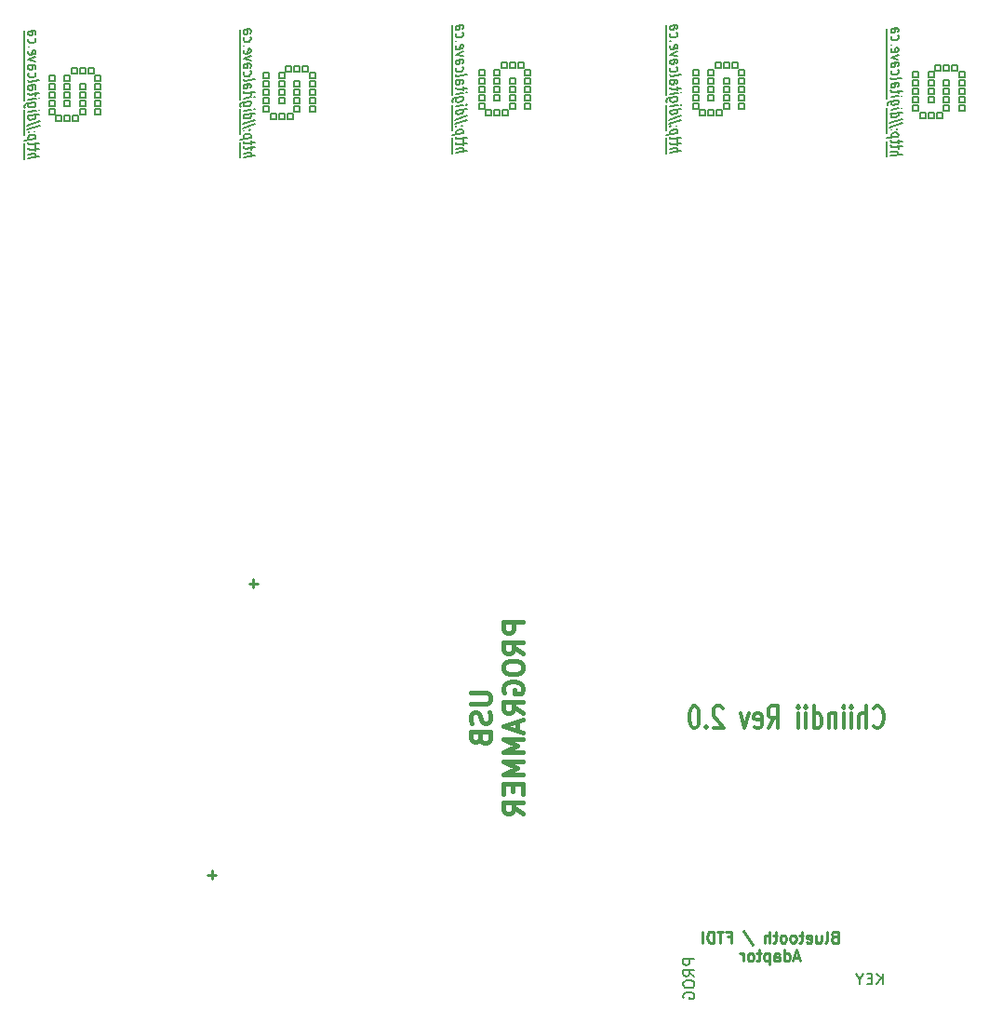
<source format=gbo>
G04 #@! TF.FileFunction,Legend,Bot*
%FSLAX46Y46*%
G04 Gerber Fmt 4.6, Leading zero omitted, Abs format (unit mm)*
G04 Created by KiCad (PCBNEW (2015-07-22 BZR 5980)-product) date Tuesday, September 08, 2015 'amt' 09:17:54 am*
%MOMM*%
G01*
G04 APERTURE LIST*
%ADD10C,0.100000*%
%ADD11C,0.300000*%
%ADD12C,0.250000*%
%ADD13C,0.450000*%
%ADD14C,0.150000*%
G04 APERTURE END LIST*
D10*
D11*
X138992857Y-127944286D02*
X139064286Y-128039524D01*
X139278572Y-128134762D01*
X139421429Y-128134762D01*
X139635714Y-128039524D01*
X139778572Y-127849048D01*
X139850000Y-127658571D01*
X139921429Y-127277619D01*
X139921429Y-126991905D01*
X139850000Y-126610952D01*
X139778572Y-126420476D01*
X139635714Y-126230000D01*
X139421429Y-126134762D01*
X139278572Y-126134762D01*
X139064286Y-126230000D01*
X138992857Y-126325238D01*
X138350000Y-128134762D02*
X138350000Y-126134762D01*
X137707143Y-128134762D02*
X137707143Y-127087143D01*
X137778572Y-126896667D01*
X137921429Y-126801429D01*
X138135714Y-126801429D01*
X138278572Y-126896667D01*
X138350000Y-126991905D01*
X136992857Y-128134762D02*
X136992857Y-126801429D01*
X136992857Y-126134762D02*
X137064286Y-126230000D01*
X136992857Y-126325238D01*
X136921429Y-126230000D01*
X136992857Y-126134762D01*
X136992857Y-126325238D01*
X136278571Y-128134762D02*
X136278571Y-126801429D01*
X136278571Y-126134762D02*
X136350000Y-126230000D01*
X136278571Y-126325238D01*
X136207143Y-126230000D01*
X136278571Y-126134762D01*
X136278571Y-126325238D01*
X135564285Y-126801429D02*
X135564285Y-128134762D01*
X135564285Y-126991905D02*
X135492857Y-126896667D01*
X135349999Y-126801429D01*
X135135714Y-126801429D01*
X134992857Y-126896667D01*
X134921428Y-127087143D01*
X134921428Y-128134762D01*
X133564285Y-128134762D02*
X133564285Y-126134762D01*
X133564285Y-128039524D02*
X133707142Y-128134762D01*
X133992856Y-128134762D01*
X134135714Y-128039524D01*
X134207142Y-127944286D01*
X134278571Y-127753810D01*
X134278571Y-127182381D01*
X134207142Y-126991905D01*
X134135714Y-126896667D01*
X133992856Y-126801429D01*
X133707142Y-126801429D01*
X133564285Y-126896667D01*
X132849999Y-128134762D02*
X132849999Y-126801429D01*
X132849999Y-126134762D02*
X132921428Y-126230000D01*
X132849999Y-126325238D01*
X132778571Y-126230000D01*
X132849999Y-126134762D01*
X132849999Y-126325238D01*
X132135713Y-128134762D02*
X132135713Y-126801429D01*
X132135713Y-126134762D02*
X132207142Y-126230000D01*
X132135713Y-126325238D01*
X132064285Y-126230000D01*
X132135713Y-126134762D01*
X132135713Y-126325238D01*
X129421427Y-128134762D02*
X129921427Y-127182381D01*
X130278570Y-128134762D02*
X130278570Y-126134762D01*
X129707142Y-126134762D01*
X129564284Y-126230000D01*
X129492856Y-126325238D01*
X129421427Y-126515714D01*
X129421427Y-126801429D01*
X129492856Y-126991905D01*
X129564284Y-127087143D01*
X129707142Y-127182381D01*
X130278570Y-127182381D01*
X128207142Y-128039524D02*
X128349999Y-128134762D01*
X128635713Y-128134762D01*
X128778570Y-128039524D01*
X128849999Y-127849048D01*
X128849999Y-127087143D01*
X128778570Y-126896667D01*
X128635713Y-126801429D01*
X128349999Y-126801429D01*
X128207142Y-126896667D01*
X128135713Y-127087143D01*
X128135713Y-127277619D01*
X128849999Y-127468095D01*
X127635713Y-126801429D02*
X127278570Y-128134762D01*
X126921428Y-126801429D01*
X125278571Y-126325238D02*
X125207142Y-126230000D01*
X125064285Y-126134762D01*
X124707142Y-126134762D01*
X124564285Y-126230000D01*
X124492856Y-126325238D01*
X124421428Y-126515714D01*
X124421428Y-126706190D01*
X124492856Y-126991905D01*
X125349999Y-128134762D01*
X124421428Y-128134762D01*
X123778571Y-127944286D02*
X123707143Y-128039524D01*
X123778571Y-128134762D01*
X123850000Y-128039524D01*
X123778571Y-127944286D01*
X123778571Y-128134762D01*
X122778571Y-126134762D02*
X122635714Y-126134762D01*
X122492857Y-126230000D01*
X122421428Y-126325238D01*
X122349999Y-126515714D01*
X122278571Y-126896667D01*
X122278571Y-127372857D01*
X122349999Y-127753810D01*
X122421428Y-127944286D01*
X122492857Y-128039524D01*
X122635714Y-128134762D01*
X122778571Y-128134762D01*
X122921428Y-128039524D01*
X122992857Y-127944286D01*
X123064285Y-127753810D01*
X123135714Y-127372857D01*
X123135714Y-126896667D01*
X123064285Y-126515714D01*
X122992857Y-126325238D01*
X122921428Y-126230000D01*
X122778571Y-126134762D01*
D12*
X135433334Y-147133571D02*
X135290477Y-147181190D01*
X135242858Y-147228810D01*
X135195239Y-147324048D01*
X135195239Y-147466905D01*
X135242858Y-147562143D01*
X135290477Y-147609762D01*
X135385715Y-147657381D01*
X135766668Y-147657381D01*
X135766668Y-146657381D01*
X135433334Y-146657381D01*
X135338096Y-146705000D01*
X135290477Y-146752619D01*
X135242858Y-146847857D01*
X135242858Y-146943095D01*
X135290477Y-147038333D01*
X135338096Y-147085952D01*
X135433334Y-147133571D01*
X135766668Y-147133571D01*
X134623811Y-147657381D02*
X134719049Y-147609762D01*
X134766668Y-147514524D01*
X134766668Y-146657381D01*
X133814286Y-146990714D02*
X133814286Y-147657381D01*
X134242858Y-146990714D02*
X134242858Y-147514524D01*
X134195239Y-147609762D01*
X134100001Y-147657381D01*
X133957143Y-147657381D01*
X133861905Y-147609762D01*
X133814286Y-147562143D01*
X132957143Y-147609762D02*
X133052381Y-147657381D01*
X133242858Y-147657381D01*
X133338096Y-147609762D01*
X133385715Y-147514524D01*
X133385715Y-147133571D01*
X133338096Y-147038333D01*
X133242858Y-146990714D01*
X133052381Y-146990714D01*
X132957143Y-147038333D01*
X132909524Y-147133571D01*
X132909524Y-147228810D01*
X133385715Y-147324048D01*
X132623810Y-146990714D02*
X132242858Y-146990714D01*
X132480953Y-146657381D02*
X132480953Y-147514524D01*
X132433334Y-147609762D01*
X132338096Y-147657381D01*
X132242858Y-147657381D01*
X131766667Y-147657381D02*
X131861905Y-147609762D01*
X131909524Y-147562143D01*
X131957143Y-147466905D01*
X131957143Y-147181190D01*
X131909524Y-147085952D01*
X131861905Y-147038333D01*
X131766667Y-146990714D01*
X131623809Y-146990714D01*
X131528571Y-147038333D01*
X131480952Y-147085952D01*
X131433333Y-147181190D01*
X131433333Y-147466905D01*
X131480952Y-147562143D01*
X131528571Y-147609762D01*
X131623809Y-147657381D01*
X131766667Y-147657381D01*
X130861905Y-147657381D02*
X130957143Y-147609762D01*
X131004762Y-147562143D01*
X131052381Y-147466905D01*
X131052381Y-147181190D01*
X131004762Y-147085952D01*
X130957143Y-147038333D01*
X130861905Y-146990714D01*
X130719047Y-146990714D01*
X130623809Y-147038333D01*
X130576190Y-147085952D01*
X130528571Y-147181190D01*
X130528571Y-147466905D01*
X130576190Y-147562143D01*
X130623809Y-147609762D01*
X130719047Y-147657381D01*
X130861905Y-147657381D01*
X130242857Y-146990714D02*
X129861905Y-146990714D01*
X130100000Y-146657381D02*
X130100000Y-147514524D01*
X130052381Y-147609762D01*
X129957143Y-147657381D01*
X129861905Y-147657381D01*
X129528571Y-147657381D02*
X129528571Y-146657381D01*
X129099999Y-147657381D02*
X129099999Y-147133571D01*
X129147618Y-147038333D01*
X129242856Y-146990714D01*
X129385714Y-146990714D01*
X129480952Y-147038333D01*
X129528571Y-147085952D01*
X127147618Y-146609762D02*
X128004761Y-147895476D01*
X125719046Y-147133571D02*
X126052380Y-147133571D01*
X126052380Y-147657381D02*
X126052380Y-146657381D01*
X125576189Y-146657381D01*
X125338094Y-146657381D02*
X124766665Y-146657381D01*
X125052380Y-147657381D02*
X125052380Y-146657381D01*
X124433332Y-147657381D02*
X124433332Y-146657381D01*
X124195237Y-146657381D01*
X124052379Y-146705000D01*
X123957141Y-146800238D01*
X123909522Y-146895476D01*
X123861903Y-147085952D01*
X123861903Y-147228810D01*
X123909522Y-147419286D01*
X123957141Y-147514524D01*
X124052379Y-147609762D01*
X124195237Y-147657381D01*
X124433332Y-147657381D01*
X123433332Y-147657381D02*
X123433332Y-146657381D01*
X132242858Y-149021667D02*
X131766667Y-149021667D01*
X132338096Y-149307381D02*
X132004763Y-148307381D01*
X131671429Y-149307381D01*
X130909524Y-149307381D02*
X130909524Y-148307381D01*
X130909524Y-149259762D02*
X131004762Y-149307381D01*
X131195239Y-149307381D01*
X131290477Y-149259762D01*
X131338096Y-149212143D01*
X131385715Y-149116905D01*
X131385715Y-148831190D01*
X131338096Y-148735952D01*
X131290477Y-148688333D01*
X131195239Y-148640714D01*
X131004762Y-148640714D01*
X130909524Y-148688333D01*
X130004762Y-149307381D02*
X130004762Y-148783571D01*
X130052381Y-148688333D01*
X130147619Y-148640714D01*
X130338096Y-148640714D01*
X130433334Y-148688333D01*
X130004762Y-149259762D02*
X130100000Y-149307381D01*
X130338096Y-149307381D01*
X130433334Y-149259762D01*
X130480953Y-149164524D01*
X130480953Y-149069286D01*
X130433334Y-148974048D01*
X130338096Y-148926429D01*
X130100000Y-148926429D01*
X130004762Y-148878810D01*
X129528572Y-148640714D02*
X129528572Y-149640714D01*
X129528572Y-148688333D02*
X129433334Y-148640714D01*
X129242857Y-148640714D01*
X129147619Y-148688333D01*
X129100000Y-148735952D01*
X129052381Y-148831190D01*
X129052381Y-149116905D01*
X129100000Y-149212143D01*
X129147619Y-149259762D01*
X129242857Y-149307381D01*
X129433334Y-149307381D01*
X129528572Y-149259762D01*
X128766667Y-148640714D02*
X128385715Y-148640714D01*
X128623810Y-148307381D02*
X128623810Y-149164524D01*
X128576191Y-149259762D01*
X128480953Y-149307381D01*
X128385715Y-149307381D01*
X127909524Y-149307381D02*
X128004762Y-149259762D01*
X128052381Y-149212143D01*
X128100000Y-149116905D01*
X128100000Y-148831190D01*
X128052381Y-148735952D01*
X128004762Y-148688333D01*
X127909524Y-148640714D01*
X127766666Y-148640714D01*
X127671428Y-148688333D01*
X127623809Y-148735952D01*
X127576190Y-148831190D01*
X127576190Y-149116905D01*
X127623809Y-149212143D01*
X127671428Y-149259762D01*
X127766666Y-149307381D01*
X127909524Y-149307381D01*
X127147619Y-149307381D02*
X127147619Y-148640714D01*
X127147619Y-148831190D02*
X127100000Y-148735952D01*
X127052381Y-148688333D01*
X126957143Y-148640714D01*
X126861904Y-148640714D01*
D13*
X102369696Y-124891232D02*
X103826839Y-124891232D01*
X103998267Y-124976947D01*
X104083981Y-125062661D01*
X104169696Y-125234090D01*
X104169696Y-125576947D01*
X104083981Y-125748375D01*
X103998267Y-125834090D01*
X103826839Y-125919804D01*
X102369696Y-125919804D01*
X104083981Y-126691232D02*
X104169696Y-126948375D01*
X104169696Y-127376946D01*
X104083981Y-127548375D01*
X103998267Y-127634089D01*
X103826839Y-127719804D01*
X103655410Y-127719804D01*
X103483981Y-127634089D01*
X103398267Y-127548375D01*
X103312553Y-127376946D01*
X103226839Y-127034089D01*
X103141124Y-126862661D01*
X103055410Y-126776946D01*
X102883981Y-126691232D01*
X102712553Y-126691232D01*
X102541124Y-126776946D01*
X102455410Y-126862661D01*
X102369696Y-127034089D01*
X102369696Y-127462661D01*
X102455410Y-127719804D01*
X103226839Y-129091232D02*
X103312553Y-129348375D01*
X103398267Y-129434090D01*
X103569696Y-129519804D01*
X103826839Y-129519804D01*
X103998267Y-129434090D01*
X104083981Y-129348375D01*
X104169696Y-129176947D01*
X104169696Y-128491232D01*
X102369696Y-128491232D01*
X102369696Y-129091232D01*
X102455410Y-129262661D01*
X102541124Y-129348375D01*
X102712553Y-129434090D01*
X102883981Y-129434090D01*
X103055410Y-129348375D01*
X103141124Y-129262661D01*
X103226839Y-129091232D01*
X103226839Y-128491232D01*
X107139696Y-118505518D02*
X105339696Y-118505518D01*
X105339696Y-119191233D01*
X105425410Y-119362661D01*
X105511124Y-119448376D01*
X105682553Y-119534090D01*
X105939696Y-119534090D01*
X106111124Y-119448376D01*
X106196839Y-119362661D01*
X106282553Y-119191233D01*
X106282553Y-118505518D01*
X107139696Y-121334090D02*
X106282553Y-120734090D01*
X107139696Y-120305518D02*
X105339696Y-120305518D01*
X105339696Y-120991233D01*
X105425410Y-121162661D01*
X105511124Y-121248376D01*
X105682553Y-121334090D01*
X105939696Y-121334090D01*
X106111124Y-121248376D01*
X106196839Y-121162661D01*
X106282553Y-120991233D01*
X106282553Y-120305518D01*
X105339696Y-122448376D02*
X105339696Y-122791233D01*
X105425410Y-122962661D01*
X105596839Y-123134090D01*
X105939696Y-123219804D01*
X106539696Y-123219804D01*
X106882553Y-123134090D01*
X107053981Y-122962661D01*
X107139696Y-122791233D01*
X107139696Y-122448376D01*
X107053981Y-122276947D01*
X106882553Y-122105518D01*
X106539696Y-122019804D01*
X105939696Y-122019804D01*
X105596839Y-122105518D01*
X105425410Y-122276947D01*
X105339696Y-122448376D01*
X105425410Y-124934090D02*
X105339696Y-124762661D01*
X105339696Y-124505518D01*
X105425410Y-124248375D01*
X105596839Y-124076947D01*
X105768267Y-123991232D01*
X106111124Y-123905518D01*
X106368267Y-123905518D01*
X106711124Y-123991232D01*
X106882553Y-124076947D01*
X107053981Y-124248375D01*
X107139696Y-124505518D01*
X107139696Y-124676947D01*
X107053981Y-124934090D01*
X106968267Y-125019804D01*
X106368267Y-125019804D01*
X106368267Y-124676947D01*
X107139696Y-126819804D02*
X106282553Y-126219804D01*
X107139696Y-125791232D02*
X105339696Y-125791232D01*
X105339696Y-126476947D01*
X105425410Y-126648375D01*
X105511124Y-126734090D01*
X105682553Y-126819804D01*
X105939696Y-126819804D01*
X106111124Y-126734090D01*
X106196839Y-126648375D01*
X106282553Y-126476947D01*
X106282553Y-125791232D01*
X106625410Y-127505518D02*
X106625410Y-128362661D01*
X107139696Y-127334090D02*
X105339696Y-127934090D01*
X107139696Y-128534090D01*
X107139696Y-129134089D02*
X105339696Y-129134089D01*
X106625410Y-129734089D01*
X105339696Y-130334089D01*
X107139696Y-130334089D01*
X107139696Y-131191232D02*
X105339696Y-131191232D01*
X106625410Y-131791232D01*
X105339696Y-132391232D01*
X107139696Y-132391232D01*
X106196839Y-133248375D02*
X106196839Y-133848375D01*
X107139696Y-134105518D02*
X107139696Y-133248375D01*
X105339696Y-133248375D01*
X105339696Y-134105518D01*
X107139696Y-135905518D02*
X106282553Y-135305518D01*
X107139696Y-134876946D02*
X105339696Y-134876946D01*
X105339696Y-135562661D01*
X105425410Y-135734089D01*
X105511124Y-135819804D01*
X105682553Y-135905518D01*
X105939696Y-135905518D01*
X106111124Y-135819804D01*
X106196839Y-135734089D01*
X106282553Y-135562661D01*
X106282553Y-134876946D01*
D14*
X64495000Y-69260000D02*
X64495000Y-68752000D01*
X64495000Y-68752000D02*
X63987000Y-68752000D01*
X63987000Y-68752000D02*
X63987000Y-69260000D01*
X63987000Y-69260000D02*
X64495000Y-69260000D01*
X64495000Y-70022000D02*
X64495000Y-69514000D01*
X64495000Y-69514000D02*
X63987000Y-69514000D01*
X63987000Y-69514000D02*
X63987000Y-70022000D01*
X63987000Y-70022000D02*
X64495000Y-70022000D01*
X64495000Y-70784000D02*
X64495000Y-70276000D01*
X64495000Y-70276000D02*
X63987000Y-70276000D01*
X63987000Y-70276000D02*
X63987000Y-70784000D01*
X63987000Y-70784000D02*
X64495000Y-70784000D01*
X64495000Y-71546000D02*
X64495000Y-71038000D01*
X64495000Y-71038000D02*
X63987000Y-71038000D01*
X63987000Y-71038000D02*
X63987000Y-71546000D01*
X63987000Y-71546000D02*
X64495000Y-71546000D01*
X64495000Y-72308000D02*
X64495000Y-71800000D01*
X64495000Y-71800000D02*
X63987000Y-71800000D01*
X63987000Y-71800000D02*
X63987000Y-72308000D01*
X63987000Y-72308000D02*
X64495000Y-72308000D01*
X65130000Y-72943000D02*
X65130000Y-72435000D01*
X65130000Y-72435000D02*
X64622000Y-72435000D01*
X64622000Y-72435000D02*
X64622000Y-72943000D01*
X64622000Y-72943000D02*
X65130000Y-72943000D01*
X65892000Y-72435000D02*
X65384000Y-72435000D01*
X65384000Y-72435000D02*
X65384000Y-72943000D01*
X65384000Y-72943000D02*
X65892000Y-72943000D01*
X65892000Y-72943000D02*
X65892000Y-72435000D01*
X66654000Y-72435000D02*
X66146000Y-72435000D01*
X66146000Y-72435000D02*
X66146000Y-72943000D01*
X66146000Y-72943000D02*
X66654000Y-72943000D01*
X66654000Y-72943000D02*
X66654000Y-72435000D01*
X67289000Y-71800000D02*
X66781000Y-71800000D01*
X66781000Y-71800000D02*
X66781000Y-72308000D01*
X66781000Y-72308000D02*
X67289000Y-72308000D01*
X67289000Y-72308000D02*
X67289000Y-71800000D01*
X66781000Y-71038000D02*
X67289000Y-71038000D01*
X67289000Y-71038000D02*
X67289000Y-71546000D01*
X67289000Y-71546000D02*
X66781000Y-71546000D01*
X66781000Y-71546000D02*
X66781000Y-71038000D01*
X67289000Y-70276000D02*
X66781000Y-70276000D01*
X66781000Y-70276000D02*
X66781000Y-70784000D01*
X66781000Y-70784000D02*
X67289000Y-70784000D01*
X67289000Y-70784000D02*
X67289000Y-70276000D01*
X66781000Y-69514000D02*
X67289000Y-69514000D01*
X67289000Y-69514000D02*
X67289000Y-70022000D01*
X67289000Y-70022000D02*
X66781000Y-70022000D01*
X66781000Y-70022000D02*
X66781000Y-69514000D01*
X65384000Y-71038000D02*
X65892000Y-71038000D01*
X65892000Y-71038000D02*
X65892000Y-71546000D01*
X65892000Y-71546000D02*
X65384000Y-71546000D01*
X65384000Y-71546000D02*
X65384000Y-71038000D01*
X65384000Y-70276000D02*
X65384000Y-70784000D01*
X65384000Y-70784000D02*
X65892000Y-70784000D01*
X65384000Y-70276000D02*
X65892000Y-70276000D01*
X65892000Y-70276000D02*
X65892000Y-70784000D01*
X65892000Y-69514000D02*
X65384000Y-69514000D01*
X65384000Y-69514000D02*
X65384000Y-70022000D01*
X65384000Y-70022000D02*
X65892000Y-70022000D01*
X65892000Y-70022000D02*
X65892000Y-69514000D01*
X65892000Y-68752000D02*
X65384000Y-68752000D01*
X65384000Y-68752000D02*
X65384000Y-69260000D01*
X65384000Y-69260000D02*
X65892000Y-69260000D01*
X65892000Y-69260000D02*
X65892000Y-68752000D01*
X66527000Y-68625000D02*
X66527000Y-68117000D01*
X66527000Y-68117000D02*
X66019000Y-68117000D01*
X66019000Y-68117000D02*
X66019000Y-68625000D01*
X66019000Y-68625000D02*
X66527000Y-68625000D01*
X67289000Y-68625000D02*
X67289000Y-68117000D01*
X67289000Y-68117000D02*
X66781000Y-68117000D01*
X66781000Y-68117000D02*
X66781000Y-68625000D01*
X66781000Y-68625000D02*
X67289000Y-68625000D01*
X68051000Y-68625000D02*
X68051000Y-68117000D01*
X68051000Y-68117000D02*
X67543000Y-68117000D01*
X67543000Y-68117000D02*
X67543000Y-68625000D01*
X67543000Y-68625000D02*
X68051000Y-68625000D01*
X68686000Y-69260000D02*
X68178000Y-69260000D01*
X68178000Y-69260000D02*
X68178000Y-68752000D01*
X68178000Y-68752000D02*
X68686000Y-68752000D01*
X68686000Y-68752000D02*
X68686000Y-69260000D01*
X68686000Y-70022000D02*
X68178000Y-70022000D01*
X68178000Y-70022000D02*
X68178000Y-69514000D01*
X68178000Y-69514000D02*
X68686000Y-69514000D01*
X68686000Y-69514000D02*
X68686000Y-70022000D01*
X68686000Y-70784000D02*
X68178000Y-70784000D01*
X68178000Y-70784000D02*
X68178000Y-70276000D01*
X68178000Y-70276000D02*
X68686000Y-70276000D01*
X68686000Y-70276000D02*
X68686000Y-70784000D01*
X68686000Y-71546000D02*
X68178000Y-71546000D01*
X68178000Y-71546000D02*
X68178000Y-71038000D01*
X68178000Y-71038000D02*
X68686000Y-71038000D01*
X68686000Y-71038000D02*
X68686000Y-71546000D01*
X68686000Y-72308000D02*
X68178000Y-72308000D01*
X68178000Y-72308000D02*
X68178000Y-71800000D01*
X68178000Y-71800000D02*
X68686000Y-71800000D01*
X68686000Y-71800000D02*
X68686000Y-72308000D01*
X83995000Y-69060000D02*
X83995000Y-68552000D01*
X83995000Y-68552000D02*
X83487000Y-68552000D01*
X83487000Y-68552000D02*
X83487000Y-69060000D01*
X83487000Y-69060000D02*
X83995000Y-69060000D01*
X83995000Y-69822000D02*
X83995000Y-69314000D01*
X83995000Y-69314000D02*
X83487000Y-69314000D01*
X83487000Y-69314000D02*
X83487000Y-69822000D01*
X83487000Y-69822000D02*
X83995000Y-69822000D01*
X83995000Y-70584000D02*
X83995000Y-70076000D01*
X83995000Y-70076000D02*
X83487000Y-70076000D01*
X83487000Y-70076000D02*
X83487000Y-70584000D01*
X83487000Y-70584000D02*
X83995000Y-70584000D01*
X83995000Y-71346000D02*
X83995000Y-70838000D01*
X83995000Y-70838000D02*
X83487000Y-70838000D01*
X83487000Y-70838000D02*
X83487000Y-71346000D01*
X83487000Y-71346000D02*
X83995000Y-71346000D01*
X83995000Y-72108000D02*
X83995000Y-71600000D01*
X83995000Y-71600000D02*
X83487000Y-71600000D01*
X83487000Y-71600000D02*
X83487000Y-72108000D01*
X83487000Y-72108000D02*
X83995000Y-72108000D01*
X84630000Y-72743000D02*
X84630000Y-72235000D01*
X84630000Y-72235000D02*
X84122000Y-72235000D01*
X84122000Y-72235000D02*
X84122000Y-72743000D01*
X84122000Y-72743000D02*
X84630000Y-72743000D01*
X85392000Y-72235000D02*
X84884000Y-72235000D01*
X84884000Y-72235000D02*
X84884000Y-72743000D01*
X84884000Y-72743000D02*
X85392000Y-72743000D01*
X85392000Y-72743000D02*
X85392000Y-72235000D01*
X86154000Y-72235000D02*
X85646000Y-72235000D01*
X85646000Y-72235000D02*
X85646000Y-72743000D01*
X85646000Y-72743000D02*
X86154000Y-72743000D01*
X86154000Y-72743000D02*
X86154000Y-72235000D01*
X86789000Y-71600000D02*
X86281000Y-71600000D01*
X86281000Y-71600000D02*
X86281000Y-72108000D01*
X86281000Y-72108000D02*
X86789000Y-72108000D01*
X86789000Y-72108000D02*
X86789000Y-71600000D01*
X86281000Y-70838000D02*
X86789000Y-70838000D01*
X86789000Y-70838000D02*
X86789000Y-71346000D01*
X86789000Y-71346000D02*
X86281000Y-71346000D01*
X86281000Y-71346000D02*
X86281000Y-70838000D01*
X86789000Y-70076000D02*
X86281000Y-70076000D01*
X86281000Y-70076000D02*
X86281000Y-70584000D01*
X86281000Y-70584000D02*
X86789000Y-70584000D01*
X86789000Y-70584000D02*
X86789000Y-70076000D01*
X86281000Y-69314000D02*
X86789000Y-69314000D01*
X86789000Y-69314000D02*
X86789000Y-69822000D01*
X86789000Y-69822000D02*
X86281000Y-69822000D01*
X86281000Y-69822000D02*
X86281000Y-69314000D01*
X84884000Y-70838000D02*
X85392000Y-70838000D01*
X85392000Y-70838000D02*
X85392000Y-71346000D01*
X85392000Y-71346000D02*
X84884000Y-71346000D01*
X84884000Y-71346000D02*
X84884000Y-70838000D01*
X84884000Y-70076000D02*
X84884000Y-70584000D01*
X84884000Y-70584000D02*
X85392000Y-70584000D01*
X84884000Y-70076000D02*
X85392000Y-70076000D01*
X85392000Y-70076000D02*
X85392000Y-70584000D01*
X85392000Y-69314000D02*
X84884000Y-69314000D01*
X84884000Y-69314000D02*
X84884000Y-69822000D01*
X84884000Y-69822000D02*
X85392000Y-69822000D01*
X85392000Y-69822000D02*
X85392000Y-69314000D01*
X85392000Y-68552000D02*
X84884000Y-68552000D01*
X84884000Y-68552000D02*
X84884000Y-69060000D01*
X84884000Y-69060000D02*
X85392000Y-69060000D01*
X85392000Y-69060000D02*
X85392000Y-68552000D01*
X86027000Y-68425000D02*
X86027000Y-67917000D01*
X86027000Y-67917000D02*
X85519000Y-67917000D01*
X85519000Y-67917000D02*
X85519000Y-68425000D01*
X85519000Y-68425000D02*
X86027000Y-68425000D01*
X86789000Y-68425000D02*
X86789000Y-67917000D01*
X86789000Y-67917000D02*
X86281000Y-67917000D01*
X86281000Y-67917000D02*
X86281000Y-68425000D01*
X86281000Y-68425000D02*
X86789000Y-68425000D01*
X87551000Y-68425000D02*
X87551000Y-67917000D01*
X87551000Y-67917000D02*
X87043000Y-67917000D01*
X87043000Y-67917000D02*
X87043000Y-68425000D01*
X87043000Y-68425000D02*
X87551000Y-68425000D01*
X88186000Y-69060000D02*
X87678000Y-69060000D01*
X87678000Y-69060000D02*
X87678000Y-68552000D01*
X87678000Y-68552000D02*
X88186000Y-68552000D01*
X88186000Y-68552000D02*
X88186000Y-69060000D01*
X88186000Y-69822000D02*
X87678000Y-69822000D01*
X87678000Y-69822000D02*
X87678000Y-69314000D01*
X87678000Y-69314000D02*
X88186000Y-69314000D01*
X88186000Y-69314000D02*
X88186000Y-69822000D01*
X88186000Y-70584000D02*
X87678000Y-70584000D01*
X87678000Y-70584000D02*
X87678000Y-70076000D01*
X87678000Y-70076000D02*
X88186000Y-70076000D01*
X88186000Y-70076000D02*
X88186000Y-70584000D01*
X88186000Y-71346000D02*
X87678000Y-71346000D01*
X87678000Y-71346000D02*
X87678000Y-70838000D01*
X87678000Y-70838000D02*
X88186000Y-70838000D01*
X88186000Y-70838000D02*
X88186000Y-71346000D01*
X88186000Y-72108000D02*
X87678000Y-72108000D01*
X87678000Y-72108000D02*
X87678000Y-71600000D01*
X87678000Y-71600000D02*
X88186000Y-71600000D01*
X88186000Y-71600000D02*
X88186000Y-72108000D01*
X103595000Y-68760000D02*
X103595000Y-68252000D01*
X103595000Y-68252000D02*
X103087000Y-68252000D01*
X103087000Y-68252000D02*
X103087000Y-68760000D01*
X103087000Y-68760000D02*
X103595000Y-68760000D01*
X103595000Y-69522000D02*
X103595000Y-69014000D01*
X103595000Y-69014000D02*
X103087000Y-69014000D01*
X103087000Y-69014000D02*
X103087000Y-69522000D01*
X103087000Y-69522000D02*
X103595000Y-69522000D01*
X103595000Y-70284000D02*
X103595000Y-69776000D01*
X103595000Y-69776000D02*
X103087000Y-69776000D01*
X103087000Y-69776000D02*
X103087000Y-70284000D01*
X103087000Y-70284000D02*
X103595000Y-70284000D01*
X103595000Y-71046000D02*
X103595000Y-70538000D01*
X103595000Y-70538000D02*
X103087000Y-70538000D01*
X103087000Y-70538000D02*
X103087000Y-71046000D01*
X103087000Y-71046000D02*
X103595000Y-71046000D01*
X103595000Y-71808000D02*
X103595000Y-71300000D01*
X103595000Y-71300000D02*
X103087000Y-71300000D01*
X103087000Y-71300000D02*
X103087000Y-71808000D01*
X103087000Y-71808000D02*
X103595000Y-71808000D01*
X104230000Y-72443000D02*
X104230000Y-71935000D01*
X104230000Y-71935000D02*
X103722000Y-71935000D01*
X103722000Y-71935000D02*
X103722000Y-72443000D01*
X103722000Y-72443000D02*
X104230000Y-72443000D01*
X104992000Y-71935000D02*
X104484000Y-71935000D01*
X104484000Y-71935000D02*
X104484000Y-72443000D01*
X104484000Y-72443000D02*
X104992000Y-72443000D01*
X104992000Y-72443000D02*
X104992000Y-71935000D01*
X105754000Y-71935000D02*
X105246000Y-71935000D01*
X105246000Y-71935000D02*
X105246000Y-72443000D01*
X105246000Y-72443000D02*
X105754000Y-72443000D01*
X105754000Y-72443000D02*
X105754000Y-71935000D01*
X106389000Y-71300000D02*
X105881000Y-71300000D01*
X105881000Y-71300000D02*
X105881000Y-71808000D01*
X105881000Y-71808000D02*
X106389000Y-71808000D01*
X106389000Y-71808000D02*
X106389000Y-71300000D01*
X105881000Y-70538000D02*
X106389000Y-70538000D01*
X106389000Y-70538000D02*
X106389000Y-71046000D01*
X106389000Y-71046000D02*
X105881000Y-71046000D01*
X105881000Y-71046000D02*
X105881000Y-70538000D01*
X106389000Y-69776000D02*
X105881000Y-69776000D01*
X105881000Y-69776000D02*
X105881000Y-70284000D01*
X105881000Y-70284000D02*
X106389000Y-70284000D01*
X106389000Y-70284000D02*
X106389000Y-69776000D01*
X105881000Y-69014000D02*
X106389000Y-69014000D01*
X106389000Y-69014000D02*
X106389000Y-69522000D01*
X106389000Y-69522000D02*
X105881000Y-69522000D01*
X105881000Y-69522000D02*
X105881000Y-69014000D01*
X104484000Y-70538000D02*
X104992000Y-70538000D01*
X104992000Y-70538000D02*
X104992000Y-71046000D01*
X104992000Y-71046000D02*
X104484000Y-71046000D01*
X104484000Y-71046000D02*
X104484000Y-70538000D01*
X104484000Y-69776000D02*
X104484000Y-70284000D01*
X104484000Y-70284000D02*
X104992000Y-70284000D01*
X104484000Y-69776000D02*
X104992000Y-69776000D01*
X104992000Y-69776000D02*
X104992000Y-70284000D01*
X104992000Y-69014000D02*
X104484000Y-69014000D01*
X104484000Y-69014000D02*
X104484000Y-69522000D01*
X104484000Y-69522000D02*
X104992000Y-69522000D01*
X104992000Y-69522000D02*
X104992000Y-69014000D01*
X104992000Y-68252000D02*
X104484000Y-68252000D01*
X104484000Y-68252000D02*
X104484000Y-68760000D01*
X104484000Y-68760000D02*
X104992000Y-68760000D01*
X104992000Y-68760000D02*
X104992000Y-68252000D01*
X105627000Y-68125000D02*
X105627000Y-67617000D01*
X105627000Y-67617000D02*
X105119000Y-67617000D01*
X105119000Y-67617000D02*
X105119000Y-68125000D01*
X105119000Y-68125000D02*
X105627000Y-68125000D01*
X106389000Y-68125000D02*
X106389000Y-67617000D01*
X106389000Y-67617000D02*
X105881000Y-67617000D01*
X105881000Y-67617000D02*
X105881000Y-68125000D01*
X105881000Y-68125000D02*
X106389000Y-68125000D01*
X107151000Y-68125000D02*
X107151000Y-67617000D01*
X107151000Y-67617000D02*
X106643000Y-67617000D01*
X106643000Y-67617000D02*
X106643000Y-68125000D01*
X106643000Y-68125000D02*
X107151000Y-68125000D01*
X107786000Y-68760000D02*
X107278000Y-68760000D01*
X107278000Y-68760000D02*
X107278000Y-68252000D01*
X107278000Y-68252000D02*
X107786000Y-68252000D01*
X107786000Y-68252000D02*
X107786000Y-68760000D01*
X107786000Y-69522000D02*
X107278000Y-69522000D01*
X107278000Y-69522000D02*
X107278000Y-69014000D01*
X107278000Y-69014000D02*
X107786000Y-69014000D01*
X107786000Y-69014000D02*
X107786000Y-69522000D01*
X107786000Y-70284000D02*
X107278000Y-70284000D01*
X107278000Y-70284000D02*
X107278000Y-69776000D01*
X107278000Y-69776000D02*
X107786000Y-69776000D01*
X107786000Y-69776000D02*
X107786000Y-70284000D01*
X107786000Y-71046000D02*
X107278000Y-71046000D01*
X107278000Y-71046000D02*
X107278000Y-70538000D01*
X107278000Y-70538000D02*
X107786000Y-70538000D01*
X107786000Y-70538000D02*
X107786000Y-71046000D01*
X107786000Y-71808000D02*
X107278000Y-71808000D01*
X107278000Y-71808000D02*
X107278000Y-71300000D01*
X107278000Y-71300000D02*
X107786000Y-71300000D01*
X107786000Y-71300000D02*
X107786000Y-71808000D01*
X123095000Y-68760000D02*
X123095000Y-68252000D01*
X123095000Y-68252000D02*
X122587000Y-68252000D01*
X122587000Y-68252000D02*
X122587000Y-68760000D01*
X122587000Y-68760000D02*
X123095000Y-68760000D01*
X123095000Y-69522000D02*
X123095000Y-69014000D01*
X123095000Y-69014000D02*
X122587000Y-69014000D01*
X122587000Y-69014000D02*
X122587000Y-69522000D01*
X122587000Y-69522000D02*
X123095000Y-69522000D01*
X123095000Y-70284000D02*
X123095000Y-69776000D01*
X123095000Y-69776000D02*
X122587000Y-69776000D01*
X122587000Y-69776000D02*
X122587000Y-70284000D01*
X122587000Y-70284000D02*
X123095000Y-70284000D01*
X123095000Y-71046000D02*
X123095000Y-70538000D01*
X123095000Y-70538000D02*
X122587000Y-70538000D01*
X122587000Y-70538000D02*
X122587000Y-71046000D01*
X122587000Y-71046000D02*
X123095000Y-71046000D01*
X123095000Y-71808000D02*
X123095000Y-71300000D01*
X123095000Y-71300000D02*
X122587000Y-71300000D01*
X122587000Y-71300000D02*
X122587000Y-71808000D01*
X122587000Y-71808000D02*
X123095000Y-71808000D01*
X123730000Y-72443000D02*
X123730000Y-71935000D01*
X123730000Y-71935000D02*
X123222000Y-71935000D01*
X123222000Y-71935000D02*
X123222000Y-72443000D01*
X123222000Y-72443000D02*
X123730000Y-72443000D01*
X124492000Y-71935000D02*
X123984000Y-71935000D01*
X123984000Y-71935000D02*
X123984000Y-72443000D01*
X123984000Y-72443000D02*
X124492000Y-72443000D01*
X124492000Y-72443000D02*
X124492000Y-71935000D01*
X125254000Y-71935000D02*
X124746000Y-71935000D01*
X124746000Y-71935000D02*
X124746000Y-72443000D01*
X124746000Y-72443000D02*
X125254000Y-72443000D01*
X125254000Y-72443000D02*
X125254000Y-71935000D01*
X125889000Y-71300000D02*
X125381000Y-71300000D01*
X125381000Y-71300000D02*
X125381000Y-71808000D01*
X125381000Y-71808000D02*
X125889000Y-71808000D01*
X125889000Y-71808000D02*
X125889000Y-71300000D01*
X125381000Y-70538000D02*
X125889000Y-70538000D01*
X125889000Y-70538000D02*
X125889000Y-71046000D01*
X125889000Y-71046000D02*
X125381000Y-71046000D01*
X125381000Y-71046000D02*
X125381000Y-70538000D01*
X125889000Y-69776000D02*
X125381000Y-69776000D01*
X125381000Y-69776000D02*
X125381000Y-70284000D01*
X125381000Y-70284000D02*
X125889000Y-70284000D01*
X125889000Y-70284000D02*
X125889000Y-69776000D01*
X125381000Y-69014000D02*
X125889000Y-69014000D01*
X125889000Y-69014000D02*
X125889000Y-69522000D01*
X125889000Y-69522000D02*
X125381000Y-69522000D01*
X125381000Y-69522000D02*
X125381000Y-69014000D01*
X123984000Y-70538000D02*
X124492000Y-70538000D01*
X124492000Y-70538000D02*
X124492000Y-71046000D01*
X124492000Y-71046000D02*
X123984000Y-71046000D01*
X123984000Y-71046000D02*
X123984000Y-70538000D01*
X123984000Y-69776000D02*
X123984000Y-70284000D01*
X123984000Y-70284000D02*
X124492000Y-70284000D01*
X123984000Y-69776000D02*
X124492000Y-69776000D01*
X124492000Y-69776000D02*
X124492000Y-70284000D01*
X124492000Y-69014000D02*
X123984000Y-69014000D01*
X123984000Y-69014000D02*
X123984000Y-69522000D01*
X123984000Y-69522000D02*
X124492000Y-69522000D01*
X124492000Y-69522000D02*
X124492000Y-69014000D01*
X124492000Y-68252000D02*
X123984000Y-68252000D01*
X123984000Y-68252000D02*
X123984000Y-68760000D01*
X123984000Y-68760000D02*
X124492000Y-68760000D01*
X124492000Y-68760000D02*
X124492000Y-68252000D01*
X125127000Y-68125000D02*
X125127000Y-67617000D01*
X125127000Y-67617000D02*
X124619000Y-67617000D01*
X124619000Y-67617000D02*
X124619000Y-68125000D01*
X124619000Y-68125000D02*
X125127000Y-68125000D01*
X125889000Y-68125000D02*
X125889000Y-67617000D01*
X125889000Y-67617000D02*
X125381000Y-67617000D01*
X125381000Y-67617000D02*
X125381000Y-68125000D01*
X125381000Y-68125000D02*
X125889000Y-68125000D01*
X126651000Y-68125000D02*
X126651000Y-67617000D01*
X126651000Y-67617000D02*
X126143000Y-67617000D01*
X126143000Y-67617000D02*
X126143000Y-68125000D01*
X126143000Y-68125000D02*
X126651000Y-68125000D01*
X127286000Y-68760000D02*
X126778000Y-68760000D01*
X126778000Y-68760000D02*
X126778000Y-68252000D01*
X126778000Y-68252000D02*
X127286000Y-68252000D01*
X127286000Y-68252000D02*
X127286000Y-68760000D01*
X127286000Y-69522000D02*
X126778000Y-69522000D01*
X126778000Y-69522000D02*
X126778000Y-69014000D01*
X126778000Y-69014000D02*
X127286000Y-69014000D01*
X127286000Y-69014000D02*
X127286000Y-69522000D01*
X127286000Y-70284000D02*
X126778000Y-70284000D01*
X126778000Y-70284000D02*
X126778000Y-69776000D01*
X126778000Y-69776000D02*
X127286000Y-69776000D01*
X127286000Y-69776000D02*
X127286000Y-70284000D01*
X127286000Y-71046000D02*
X126778000Y-71046000D01*
X126778000Y-71046000D02*
X126778000Y-70538000D01*
X126778000Y-70538000D02*
X127286000Y-70538000D01*
X127286000Y-70538000D02*
X127286000Y-71046000D01*
X127286000Y-71808000D02*
X126778000Y-71808000D01*
X126778000Y-71808000D02*
X126778000Y-71300000D01*
X126778000Y-71300000D02*
X127286000Y-71300000D01*
X127286000Y-71300000D02*
X127286000Y-71808000D01*
X143095000Y-68960000D02*
X143095000Y-68452000D01*
X143095000Y-68452000D02*
X142587000Y-68452000D01*
X142587000Y-68452000D02*
X142587000Y-68960000D01*
X142587000Y-68960000D02*
X143095000Y-68960000D01*
X143095000Y-69722000D02*
X143095000Y-69214000D01*
X143095000Y-69214000D02*
X142587000Y-69214000D01*
X142587000Y-69214000D02*
X142587000Y-69722000D01*
X142587000Y-69722000D02*
X143095000Y-69722000D01*
X143095000Y-70484000D02*
X143095000Y-69976000D01*
X143095000Y-69976000D02*
X142587000Y-69976000D01*
X142587000Y-69976000D02*
X142587000Y-70484000D01*
X142587000Y-70484000D02*
X143095000Y-70484000D01*
X143095000Y-71246000D02*
X143095000Y-70738000D01*
X143095000Y-70738000D02*
X142587000Y-70738000D01*
X142587000Y-70738000D02*
X142587000Y-71246000D01*
X142587000Y-71246000D02*
X143095000Y-71246000D01*
X143095000Y-72008000D02*
X143095000Y-71500000D01*
X143095000Y-71500000D02*
X142587000Y-71500000D01*
X142587000Y-71500000D02*
X142587000Y-72008000D01*
X142587000Y-72008000D02*
X143095000Y-72008000D01*
X143730000Y-72643000D02*
X143730000Y-72135000D01*
X143730000Y-72135000D02*
X143222000Y-72135000D01*
X143222000Y-72135000D02*
X143222000Y-72643000D01*
X143222000Y-72643000D02*
X143730000Y-72643000D01*
X144492000Y-72135000D02*
X143984000Y-72135000D01*
X143984000Y-72135000D02*
X143984000Y-72643000D01*
X143984000Y-72643000D02*
X144492000Y-72643000D01*
X144492000Y-72643000D02*
X144492000Y-72135000D01*
X145254000Y-72135000D02*
X144746000Y-72135000D01*
X144746000Y-72135000D02*
X144746000Y-72643000D01*
X144746000Y-72643000D02*
X145254000Y-72643000D01*
X145254000Y-72643000D02*
X145254000Y-72135000D01*
X145889000Y-71500000D02*
X145381000Y-71500000D01*
X145381000Y-71500000D02*
X145381000Y-72008000D01*
X145381000Y-72008000D02*
X145889000Y-72008000D01*
X145889000Y-72008000D02*
X145889000Y-71500000D01*
X145381000Y-70738000D02*
X145889000Y-70738000D01*
X145889000Y-70738000D02*
X145889000Y-71246000D01*
X145889000Y-71246000D02*
X145381000Y-71246000D01*
X145381000Y-71246000D02*
X145381000Y-70738000D01*
X145889000Y-69976000D02*
X145381000Y-69976000D01*
X145381000Y-69976000D02*
X145381000Y-70484000D01*
X145381000Y-70484000D02*
X145889000Y-70484000D01*
X145889000Y-70484000D02*
X145889000Y-69976000D01*
X145381000Y-69214000D02*
X145889000Y-69214000D01*
X145889000Y-69214000D02*
X145889000Y-69722000D01*
X145889000Y-69722000D02*
X145381000Y-69722000D01*
X145381000Y-69722000D02*
X145381000Y-69214000D01*
X143984000Y-70738000D02*
X144492000Y-70738000D01*
X144492000Y-70738000D02*
X144492000Y-71246000D01*
X144492000Y-71246000D02*
X143984000Y-71246000D01*
X143984000Y-71246000D02*
X143984000Y-70738000D01*
X143984000Y-69976000D02*
X143984000Y-70484000D01*
X143984000Y-70484000D02*
X144492000Y-70484000D01*
X143984000Y-69976000D02*
X144492000Y-69976000D01*
X144492000Y-69976000D02*
X144492000Y-70484000D01*
X144492000Y-69214000D02*
X143984000Y-69214000D01*
X143984000Y-69214000D02*
X143984000Y-69722000D01*
X143984000Y-69722000D02*
X144492000Y-69722000D01*
X144492000Y-69722000D02*
X144492000Y-69214000D01*
X144492000Y-68452000D02*
X143984000Y-68452000D01*
X143984000Y-68452000D02*
X143984000Y-68960000D01*
X143984000Y-68960000D02*
X144492000Y-68960000D01*
X144492000Y-68960000D02*
X144492000Y-68452000D01*
X145127000Y-68325000D02*
X145127000Y-67817000D01*
X145127000Y-67817000D02*
X144619000Y-67817000D01*
X144619000Y-67817000D02*
X144619000Y-68325000D01*
X144619000Y-68325000D02*
X145127000Y-68325000D01*
X145889000Y-68325000D02*
X145889000Y-67817000D01*
X145889000Y-67817000D02*
X145381000Y-67817000D01*
X145381000Y-67817000D02*
X145381000Y-68325000D01*
X145381000Y-68325000D02*
X145889000Y-68325000D01*
X146651000Y-68325000D02*
X146651000Y-67817000D01*
X146651000Y-67817000D02*
X146143000Y-67817000D01*
X146143000Y-67817000D02*
X146143000Y-68325000D01*
X146143000Y-68325000D02*
X146651000Y-68325000D01*
X147286000Y-68960000D02*
X146778000Y-68960000D01*
X146778000Y-68960000D02*
X146778000Y-68452000D01*
X146778000Y-68452000D02*
X147286000Y-68452000D01*
X147286000Y-68452000D02*
X147286000Y-68960000D01*
X147286000Y-69722000D02*
X146778000Y-69722000D01*
X146778000Y-69722000D02*
X146778000Y-69214000D01*
X146778000Y-69214000D02*
X147286000Y-69214000D01*
X147286000Y-69214000D02*
X147286000Y-69722000D01*
X147286000Y-70484000D02*
X146778000Y-70484000D01*
X146778000Y-70484000D02*
X146778000Y-69976000D01*
X146778000Y-69976000D02*
X147286000Y-69976000D01*
X147286000Y-69976000D02*
X147286000Y-70484000D01*
X147286000Y-71246000D02*
X146778000Y-71246000D01*
X146778000Y-71246000D02*
X146778000Y-70738000D01*
X146778000Y-70738000D02*
X147286000Y-70738000D01*
X147286000Y-70738000D02*
X147286000Y-71246000D01*
X147286000Y-72008000D02*
X146778000Y-72008000D01*
X146778000Y-72008000D02*
X146778000Y-71500000D01*
X146778000Y-71500000D02*
X147286000Y-71500000D01*
X147286000Y-71500000D02*
X147286000Y-72008000D01*
X62423800Y-66897800D02*
X62525400Y-66466000D01*
X62525400Y-66466000D02*
X62601600Y-66466000D01*
X62601600Y-66466000D02*
X62728600Y-66491400D01*
X62728600Y-66491400D02*
X62779400Y-66567600D01*
X62779400Y-66567600D02*
X62779400Y-66694600D01*
X62779400Y-66694600D02*
X62728600Y-66796200D01*
X62728600Y-66796200D02*
X62627000Y-66847000D01*
X62627000Y-66847000D02*
X62246000Y-66897800D01*
X62246000Y-66897800D02*
X62144400Y-66872400D01*
X62144400Y-66872400D02*
X62093600Y-66770800D01*
X62093600Y-66770800D02*
X62093600Y-66643800D01*
X62093600Y-66643800D02*
X62169800Y-66567600D01*
X62754000Y-67507400D02*
X62093600Y-67380400D01*
X62093600Y-67380400D02*
X62779400Y-67101000D01*
X62144400Y-64764200D02*
X62093600Y-64840400D01*
X62093600Y-64840400D02*
X62093600Y-65043600D01*
X62093600Y-65043600D02*
X62144400Y-65094400D01*
X62144400Y-65094400D02*
X62220600Y-65119800D01*
X62220600Y-65119800D02*
X62322200Y-65119800D01*
X62322200Y-65119800D02*
X62398400Y-65119800D01*
X62398400Y-65119800D02*
X62449200Y-65043600D01*
X62449200Y-65043600D02*
X62474600Y-64967400D01*
X62474600Y-64967400D02*
X62474600Y-64789600D01*
X62474600Y-64789600D02*
X62525400Y-64738800D01*
X62703200Y-65043600D02*
X62779400Y-64942000D01*
X62779400Y-64942000D02*
X62779400Y-64789600D01*
X62779400Y-64789600D02*
X62728600Y-64713400D01*
X62728600Y-64713400D02*
X62627000Y-64688000D01*
X62627000Y-64688000D02*
X62093600Y-64764200D01*
X62627000Y-67812200D02*
X62093600Y-67888400D01*
X62728600Y-67837600D02*
X62627000Y-67812200D01*
X62779400Y-67913800D02*
X62728600Y-67837600D01*
X62779400Y-68066200D02*
X62779400Y-67913800D01*
X62703200Y-68167800D02*
X62779400Y-68066200D01*
X62474600Y-67913800D02*
X62525400Y-67863000D01*
X62474600Y-68091600D02*
X62474600Y-67913800D01*
X62449200Y-68167800D02*
X62474600Y-68091600D01*
X62398400Y-68244000D02*
X62449200Y-68167800D01*
X62322200Y-68244000D02*
X62398400Y-68244000D01*
X62220600Y-68244000D02*
X62322200Y-68244000D01*
X62144400Y-68218600D02*
X62220600Y-68244000D01*
X62093600Y-68167800D02*
X62144400Y-68218600D01*
X62093600Y-67964600D02*
X62093600Y-68167800D01*
X62144400Y-67888400D02*
X62093600Y-67964600D01*
X62093600Y-65526200D02*
X62144400Y-65450000D01*
X62093600Y-65627800D02*
X62093600Y-65526200D01*
X62119000Y-65704000D02*
X62093600Y-65627800D01*
X62195200Y-65805600D02*
X62119000Y-65704000D01*
X62449200Y-65805600D02*
X62195200Y-65805600D01*
X62576200Y-65805600D02*
X62449200Y-65805600D01*
X62652400Y-65754800D02*
X62576200Y-65805600D01*
X62728600Y-65704000D02*
X62652400Y-65754800D01*
X62779400Y-65602400D02*
X62728600Y-65704000D01*
X62779400Y-65450000D02*
X62779400Y-65602400D01*
X62703200Y-65373800D02*
X62779400Y-65450000D01*
X62703200Y-68498000D02*
X62779400Y-68574200D01*
X62779400Y-68574200D02*
X62779400Y-68726600D01*
X62779400Y-68726600D02*
X62728600Y-68828200D01*
X62728600Y-68828200D02*
X62652400Y-68879000D01*
X62652400Y-68879000D02*
X62576200Y-68929800D01*
X62576200Y-68929800D02*
X62449200Y-68929800D01*
X62449200Y-68929800D02*
X62195200Y-68929800D01*
X62195200Y-68929800D02*
X62119000Y-68828200D01*
X62119000Y-68828200D02*
X62093600Y-68752000D01*
X62093600Y-68752000D02*
X62093600Y-68650400D01*
X62093600Y-68650400D02*
X62144400Y-68574200D01*
X63084200Y-69234600D02*
X62220600Y-69361600D01*
X62220600Y-69361600D02*
X62144400Y-69336200D01*
X62144400Y-69336200D02*
X62068200Y-69234600D01*
X62144400Y-69742600D02*
X62093600Y-69818800D01*
X62093600Y-69818800D02*
X62093600Y-70022000D01*
X62093600Y-70022000D02*
X62144400Y-70072800D01*
X62144400Y-70072800D02*
X62220600Y-70098200D01*
X62220600Y-70098200D02*
X62322200Y-70098200D01*
X62322200Y-70098200D02*
X62398400Y-70098200D01*
X62398400Y-70098200D02*
X62449200Y-70022000D01*
X62449200Y-70022000D02*
X62474600Y-69945800D01*
X62474600Y-69945800D02*
X62474600Y-69768000D01*
X62474600Y-69768000D02*
X62525400Y-69717200D01*
X62703200Y-70022000D02*
X62779400Y-69920400D01*
X62779400Y-69920400D02*
X62779400Y-69768000D01*
X62779400Y-69768000D02*
X62728600Y-69691800D01*
X62728600Y-69691800D02*
X62627000Y-69666400D01*
X62627000Y-69666400D02*
X62093600Y-69742600D01*
X62093600Y-70453800D02*
X62068200Y-70352200D01*
X62144400Y-70504600D02*
X62093600Y-70453800D01*
X62246000Y-70530000D02*
X62144400Y-70504600D01*
X63109600Y-70428400D02*
X62246000Y-70530000D01*
X62779400Y-70631600D02*
X62779400Y-70301400D01*
X62728600Y-71266600D02*
X62779400Y-71342800D01*
X62779400Y-71342800D02*
X62779400Y-71444400D01*
X62779400Y-71444400D02*
X62728600Y-71571400D01*
X62728600Y-71571400D02*
X62652400Y-71622200D01*
X62652400Y-71622200D02*
X62576200Y-71647600D01*
X62576200Y-71647600D02*
X62296800Y-71698400D01*
X62296800Y-71698400D02*
X62144400Y-71647600D01*
X62144400Y-71647600D02*
X62093600Y-71546000D01*
X62093600Y-71546000D02*
X62093600Y-71419000D01*
X62093600Y-71419000D02*
X62169800Y-71342800D01*
X62754000Y-71241200D02*
X61941200Y-71342800D01*
X61941200Y-71342800D02*
X61839600Y-71419000D01*
X61839600Y-71419000D02*
X61814200Y-71444400D01*
X61814200Y-71444400D02*
X61788800Y-71469800D01*
X61788800Y-71469800D02*
X61763400Y-71520600D01*
X61763400Y-71520600D02*
X61763400Y-71622200D01*
X61763400Y-71622200D02*
X61763400Y-71673000D01*
X61763400Y-71673000D02*
X61814200Y-71723800D01*
X62144400Y-72460400D02*
X62093600Y-72511200D01*
X62093600Y-72511200D02*
X62093600Y-72663600D01*
X62093600Y-72663600D02*
X62144400Y-72765200D01*
X62144400Y-72765200D02*
X62195200Y-72790600D01*
X62195200Y-72790600D02*
X62271400Y-72816000D01*
X62271400Y-72816000D02*
X62576200Y-72765200D01*
X62576200Y-72765200D02*
X62677800Y-72739800D01*
X62677800Y-72739800D02*
X62728600Y-72663600D01*
X62728600Y-72663600D02*
X62779400Y-72587400D01*
X62779400Y-72587400D02*
X62779400Y-72485800D01*
X62779400Y-72485800D02*
X62728600Y-72384200D01*
X63109600Y-72333400D02*
X62068200Y-72460400D01*
X62144400Y-66161200D02*
X62119000Y-66186600D01*
X62119000Y-66161200D02*
X62144400Y-66161200D01*
X62144400Y-66186600D02*
X62119000Y-66161200D01*
X62804800Y-70860200D02*
X62093600Y-70961800D01*
X63084200Y-70834800D02*
X63058800Y-70809400D01*
X63058800Y-70809400D02*
X63084200Y-70809400D01*
X63084200Y-70809400D02*
X63058800Y-70834800D01*
X63084200Y-71927000D02*
X63058800Y-71952400D01*
X63058800Y-71927000D02*
X63084200Y-71927000D01*
X63084200Y-71952400D02*
X63058800Y-71927000D01*
X62144400Y-73882800D02*
X62119000Y-73908200D01*
X62119000Y-73882800D02*
X62144400Y-73882800D01*
X62144400Y-73908200D02*
X62119000Y-73882800D01*
X62677800Y-73857400D02*
X62652400Y-73832000D01*
X62652400Y-73832000D02*
X62677800Y-73832000D01*
X62677800Y-73832000D02*
X62652400Y-73857400D01*
X62804800Y-71977800D02*
X62093600Y-72079400D01*
X62093600Y-74644800D02*
X62093600Y-74416200D01*
X62093600Y-74416200D02*
X62195200Y-74238400D01*
X62195200Y-74238400D02*
X62550800Y-74187600D01*
X62550800Y-74187600D02*
X62652400Y-74213000D01*
X62652400Y-74213000D02*
X62754000Y-74289200D01*
X62754000Y-74289200D02*
X62779400Y-74390800D01*
X62779400Y-74390800D02*
X62779400Y-74441600D01*
X62779400Y-74441600D02*
X62703200Y-74543200D01*
X62754000Y-74543200D02*
X61738000Y-74695600D01*
X62093600Y-75000400D02*
X62068200Y-74898800D01*
X62144400Y-75051200D02*
X62093600Y-75000400D01*
X62246000Y-75076600D02*
X62144400Y-75051200D01*
X63109600Y-74975000D02*
X62246000Y-75076600D01*
X62779400Y-75178200D02*
X62779400Y-74848000D01*
X62779400Y-75635400D02*
X62779400Y-75305200D01*
X63109600Y-75432200D02*
X62246000Y-75533800D01*
X62246000Y-75533800D02*
X62144400Y-75508400D01*
X62144400Y-75508400D02*
X62093600Y-75457600D01*
X62093600Y-75457600D02*
X62068200Y-75356000D01*
X62677800Y-76219600D02*
X62779400Y-76143400D01*
X62779400Y-76143400D02*
X62754000Y-75991000D01*
X62754000Y-75991000D02*
X62703200Y-75914800D01*
X62703200Y-75914800D02*
X62627000Y-75889400D01*
X62627000Y-75889400D02*
X62068200Y-75965600D01*
X63109600Y-76168800D02*
X62068200Y-76295800D01*
X63135000Y-72943000D02*
X61992000Y-73324000D01*
X63135000Y-73324000D02*
X61992000Y-73705000D01*
X61738000Y-71063400D02*
X61738000Y-64713400D01*
X61738000Y-71952400D02*
X61738000Y-74238400D01*
X61738000Y-76372000D02*
X61738000Y-74975000D01*
X82023800Y-66797800D02*
X82125400Y-66366000D01*
X82125400Y-66366000D02*
X82201600Y-66366000D01*
X82201600Y-66366000D02*
X82328600Y-66391400D01*
X82328600Y-66391400D02*
X82379400Y-66467600D01*
X82379400Y-66467600D02*
X82379400Y-66594600D01*
X82379400Y-66594600D02*
X82328600Y-66696200D01*
X82328600Y-66696200D02*
X82227000Y-66747000D01*
X82227000Y-66747000D02*
X81846000Y-66797800D01*
X81846000Y-66797800D02*
X81744400Y-66772400D01*
X81744400Y-66772400D02*
X81693600Y-66670800D01*
X81693600Y-66670800D02*
X81693600Y-66543800D01*
X81693600Y-66543800D02*
X81769800Y-66467600D01*
X82354000Y-67407400D02*
X81693600Y-67280400D01*
X81693600Y-67280400D02*
X82379400Y-67001000D01*
X81744400Y-64664200D02*
X81693600Y-64740400D01*
X81693600Y-64740400D02*
X81693600Y-64943600D01*
X81693600Y-64943600D02*
X81744400Y-64994400D01*
X81744400Y-64994400D02*
X81820600Y-65019800D01*
X81820600Y-65019800D02*
X81922200Y-65019800D01*
X81922200Y-65019800D02*
X81998400Y-65019800D01*
X81998400Y-65019800D02*
X82049200Y-64943600D01*
X82049200Y-64943600D02*
X82074600Y-64867400D01*
X82074600Y-64867400D02*
X82074600Y-64689600D01*
X82074600Y-64689600D02*
X82125400Y-64638800D01*
X82303200Y-64943600D02*
X82379400Y-64842000D01*
X82379400Y-64842000D02*
X82379400Y-64689600D01*
X82379400Y-64689600D02*
X82328600Y-64613400D01*
X82328600Y-64613400D02*
X82227000Y-64588000D01*
X82227000Y-64588000D02*
X81693600Y-64664200D01*
X82227000Y-67712200D02*
X81693600Y-67788400D01*
X82328600Y-67737600D02*
X82227000Y-67712200D01*
X82379400Y-67813800D02*
X82328600Y-67737600D01*
X82379400Y-67966200D02*
X82379400Y-67813800D01*
X82303200Y-68067800D02*
X82379400Y-67966200D01*
X82074600Y-67813800D02*
X82125400Y-67763000D01*
X82074600Y-67991600D02*
X82074600Y-67813800D01*
X82049200Y-68067800D02*
X82074600Y-67991600D01*
X81998400Y-68144000D02*
X82049200Y-68067800D01*
X81922200Y-68144000D02*
X81998400Y-68144000D01*
X81820600Y-68144000D02*
X81922200Y-68144000D01*
X81744400Y-68118600D02*
X81820600Y-68144000D01*
X81693600Y-68067800D02*
X81744400Y-68118600D01*
X81693600Y-67864600D02*
X81693600Y-68067800D01*
X81744400Y-67788400D02*
X81693600Y-67864600D01*
X81693600Y-65426200D02*
X81744400Y-65350000D01*
X81693600Y-65527800D02*
X81693600Y-65426200D01*
X81719000Y-65604000D02*
X81693600Y-65527800D01*
X81795200Y-65705600D02*
X81719000Y-65604000D01*
X82049200Y-65705600D02*
X81795200Y-65705600D01*
X82176200Y-65705600D02*
X82049200Y-65705600D01*
X82252400Y-65654800D02*
X82176200Y-65705600D01*
X82328600Y-65604000D02*
X82252400Y-65654800D01*
X82379400Y-65502400D02*
X82328600Y-65604000D01*
X82379400Y-65350000D02*
X82379400Y-65502400D01*
X82303200Y-65273800D02*
X82379400Y-65350000D01*
X82303200Y-68398000D02*
X82379400Y-68474200D01*
X82379400Y-68474200D02*
X82379400Y-68626600D01*
X82379400Y-68626600D02*
X82328600Y-68728200D01*
X82328600Y-68728200D02*
X82252400Y-68779000D01*
X82252400Y-68779000D02*
X82176200Y-68829800D01*
X82176200Y-68829800D02*
X82049200Y-68829800D01*
X82049200Y-68829800D02*
X81795200Y-68829800D01*
X81795200Y-68829800D02*
X81719000Y-68728200D01*
X81719000Y-68728200D02*
X81693600Y-68652000D01*
X81693600Y-68652000D02*
X81693600Y-68550400D01*
X81693600Y-68550400D02*
X81744400Y-68474200D01*
X82684200Y-69134600D02*
X81820600Y-69261600D01*
X81820600Y-69261600D02*
X81744400Y-69236200D01*
X81744400Y-69236200D02*
X81668200Y-69134600D01*
X81744400Y-69642600D02*
X81693600Y-69718800D01*
X81693600Y-69718800D02*
X81693600Y-69922000D01*
X81693600Y-69922000D02*
X81744400Y-69972800D01*
X81744400Y-69972800D02*
X81820600Y-69998200D01*
X81820600Y-69998200D02*
X81922200Y-69998200D01*
X81922200Y-69998200D02*
X81998400Y-69998200D01*
X81998400Y-69998200D02*
X82049200Y-69922000D01*
X82049200Y-69922000D02*
X82074600Y-69845800D01*
X82074600Y-69845800D02*
X82074600Y-69668000D01*
X82074600Y-69668000D02*
X82125400Y-69617200D01*
X82303200Y-69922000D02*
X82379400Y-69820400D01*
X82379400Y-69820400D02*
X82379400Y-69668000D01*
X82379400Y-69668000D02*
X82328600Y-69591800D01*
X82328600Y-69591800D02*
X82227000Y-69566400D01*
X82227000Y-69566400D02*
X81693600Y-69642600D01*
X81693600Y-70353800D02*
X81668200Y-70252200D01*
X81744400Y-70404600D02*
X81693600Y-70353800D01*
X81846000Y-70430000D02*
X81744400Y-70404600D01*
X82709600Y-70328400D02*
X81846000Y-70430000D01*
X82379400Y-70531600D02*
X82379400Y-70201400D01*
X82328600Y-71166600D02*
X82379400Y-71242800D01*
X82379400Y-71242800D02*
X82379400Y-71344400D01*
X82379400Y-71344400D02*
X82328600Y-71471400D01*
X82328600Y-71471400D02*
X82252400Y-71522200D01*
X82252400Y-71522200D02*
X82176200Y-71547600D01*
X82176200Y-71547600D02*
X81896800Y-71598400D01*
X81896800Y-71598400D02*
X81744400Y-71547600D01*
X81744400Y-71547600D02*
X81693600Y-71446000D01*
X81693600Y-71446000D02*
X81693600Y-71319000D01*
X81693600Y-71319000D02*
X81769800Y-71242800D01*
X82354000Y-71141200D02*
X81541200Y-71242800D01*
X81541200Y-71242800D02*
X81439600Y-71319000D01*
X81439600Y-71319000D02*
X81414200Y-71344400D01*
X81414200Y-71344400D02*
X81388800Y-71369800D01*
X81388800Y-71369800D02*
X81363400Y-71420600D01*
X81363400Y-71420600D02*
X81363400Y-71522200D01*
X81363400Y-71522200D02*
X81363400Y-71573000D01*
X81363400Y-71573000D02*
X81414200Y-71623800D01*
X81744400Y-72360400D02*
X81693600Y-72411200D01*
X81693600Y-72411200D02*
X81693600Y-72563600D01*
X81693600Y-72563600D02*
X81744400Y-72665200D01*
X81744400Y-72665200D02*
X81795200Y-72690600D01*
X81795200Y-72690600D02*
X81871400Y-72716000D01*
X81871400Y-72716000D02*
X82176200Y-72665200D01*
X82176200Y-72665200D02*
X82277800Y-72639800D01*
X82277800Y-72639800D02*
X82328600Y-72563600D01*
X82328600Y-72563600D02*
X82379400Y-72487400D01*
X82379400Y-72487400D02*
X82379400Y-72385800D01*
X82379400Y-72385800D02*
X82328600Y-72284200D01*
X82709600Y-72233400D02*
X81668200Y-72360400D01*
X81744400Y-66061200D02*
X81719000Y-66086600D01*
X81719000Y-66061200D02*
X81744400Y-66061200D01*
X81744400Y-66086600D02*
X81719000Y-66061200D01*
X82404800Y-70760200D02*
X81693600Y-70861800D01*
X82684200Y-70734800D02*
X82658800Y-70709400D01*
X82658800Y-70709400D02*
X82684200Y-70709400D01*
X82684200Y-70709400D02*
X82658800Y-70734800D01*
X82684200Y-71827000D02*
X82658800Y-71852400D01*
X82658800Y-71827000D02*
X82684200Y-71827000D01*
X82684200Y-71852400D02*
X82658800Y-71827000D01*
X81744400Y-73782800D02*
X81719000Y-73808200D01*
X81719000Y-73782800D02*
X81744400Y-73782800D01*
X81744400Y-73808200D02*
X81719000Y-73782800D01*
X82277800Y-73757400D02*
X82252400Y-73732000D01*
X82252400Y-73732000D02*
X82277800Y-73732000D01*
X82277800Y-73732000D02*
X82252400Y-73757400D01*
X82404800Y-71877800D02*
X81693600Y-71979400D01*
X81693600Y-74544800D02*
X81693600Y-74316200D01*
X81693600Y-74316200D02*
X81795200Y-74138400D01*
X81795200Y-74138400D02*
X82150800Y-74087600D01*
X82150800Y-74087600D02*
X82252400Y-74113000D01*
X82252400Y-74113000D02*
X82354000Y-74189200D01*
X82354000Y-74189200D02*
X82379400Y-74290800D01*
X82379400Y-74290800D02*
X82379400Y-74341600D01*
X82379400Y-74341600D02*
X82303200Y-74443200D01*
X82354000Y-74443200D02*
X81338000Y-74595600D01*
X81693600Y-74900400D02*
X81668200Y-74798800D01*
X81744400Y-74951200D02*
X81693600Y-74900400D01*
X81846000Y-74976600D02*
X81744400Y-74951200D01*
X82709600Y-74875000D02*
X81846000Y-74976600D01*
X82379400Y-75078200D02*
X82379400Y-74748000D01*
X82379400Y-75535400D02*
X82379400Y-75205200D01*
X82709600Y-75332200D02*
X81846000Y-75433800D01*
X81846000Y-75433800D02*
X81744400Y-75408400D01*
X81744400Y-75408400D02*
X81693600Y-75357600D01*
X81693600Y-75357600D02*
X81668200Y-75256000D01*
X82277800Y-76119600D02*
X82379400Y-76043400D01*
X82379400Y-76043400D02*
X82354000Y-75891000D01*
X82354000Y-75891000D02*
X82303200Y-75814800D01*
X82303200Y-75814800D02*
X82227000Y-75789400D01*
X82227000Y-75789400D02*
X81668200Y-75865600D01*
X82709600Y-76068800D02*
X81668200Y-76195800D01*
X82735000Y-72843000D02*
X81592000Y-73224000D01*
X82735000Y-73224000D02*
X81592000Y-73605000D01*
X81338000Y-70963400D02*
X81338000Y-64613400D01*
X81338000Y-71852400D02*
X81338000Y-74138400D01*
X81338000Y-76272000D02*
X81338000Y-74875000D01*
X101323800Y-66397800D02*
X101425400Y-65966000D01*
X101425400Y-65966000D02*
X101501600Y-65966000D01*
X101501600Y-65966000D02*
X101628600Y-65991400D01*
X101628600Y-65991400D02*
X101679400Y-66067600D01*
X101679400Y-66067600D02*
X101679400Y-66194600D01*
X101679400Y-66194600D02*
X101628600Y-66296200D01*
X101628600Y-66296200D02*
X101527000Y-66347000D01*
X101527000Y-66347000D02*
X101146000Y-66397800D01*
X101146000Y-66397800D02*
X101044400Y-66372400D01*
X101044400Y-66372400D02*
X100993600Y-66270800D01*
X100993600Y-66270800D02*
X100993600Y-66143800D01*
X100993600Y-66143800D02*
X101069800Y-66067600D01*
X101654000Y-67007400D02*
X100993600Y-66880400D01*
X100993600Y-66880400D02*
X101679400Y-66601000D01*
X101044400Y-64264200D02*
X100993600Y-64340400D01*
X100993600Y-64340400D02*
X100993600Y-64543600D01*
X100993600Y-64543600D02*
X101044400Y-64594400D01*
X101044400Y-64594400D02*
X101120600Y-64619800D01*
X101120600Y-64619800D02*
X101222200Y-64619800D01*
X101222200Y-64619800D02*
X101298400Y-64619800D01*
X101298400Y-64619800D02*
X101349200Y-64543600D01*
X101349200Y-64543600D02*
X101374600Y-64467400D01*
X101374600Y-64467400D02*
X101374600Y-64289600D01*
X101374600Y-64289600D02*
X101425400Y-64238800D01*
X101603200Y-64543600D02*
X101679400Y-64442000D01*
X101679400Y-64442000D02*
X101679400Y-64289600D01*
X101679400Y-64289600D02*
X101628600Y-64213400D01*
X101628600Y-64213400D02*
X101527000Y-64188000D01*
X101527000Y-64188000D02*
X100993600Y-64264200D01*
X101527000Y-67312200D02*
X100993600Y-67388400D01*
X101628600Y-67337600D02*
X101527000Y-67312200D01*
X101679400Y-67413800D02*
X101628600Y-67337600D01*
X101679400Y-67566200D02*
X101679400Y-67413800D01*
X101603200Y-67667800D02*
X101679400Y-67566200D01*
X101374600Y-67413800D02*
X101425400Y-67363000D01*
X101374600Y-67591600D02*
X101374600Y-67413800D01*
X101349200Y-67667800D02*
X101374600Y-67591600D01*
X101298400Y-67744000D02*
X101349200Y-67667800D01*
X101222200Y-67744000D02*
X101298400Y-67744000D01*
X101120600Y-67744000D02*
X101222200Y-67744000D01*
X101044400Y-67718600D02*
X101120600Y-67744000D01*
X100993600Y-67667800D02*
X101044400Y-67718600D01*
X100993600Y-67464600D02*
X100993600Y-67667800D01*
X101044400Y-67388400D02*
X100993600Y-67464600D01*
X100993600Y-65026200D02*
X101044400Y-64950000D01*
X100993600Y-65127800D02*
X100993600Y-65026200D01*
X101019000Y-65204000D02*
X100993600Y-65127800D01*
X101095200Y-65305600D02*
X101019000Y-65204000D01*
X101349200Y-65305600D02*
X101095200Y-65305600D01*
X101476200Y-65305600D02*
X101349200Y-65305600D01*
X101552400Y-65254800D02*
X101476200Y-65305600D01*
X101628600Y-65204000D02*
X101552400Y-65254800D01*
X101679400Y-65102400D02*
X101628600Y-65204000D01*
X101679400Y-64950000D02*
X101679400Y-65102400D01*
X101603200Y-64873800D02*
X101679400Y-64950000D01*
X101603200Y-67998000D02*
X101679400Y-68074200D01*
X101679400Y-68074200D02*
X101679400Y-68226600D01*
X101679400Y-68226600D02*
X101628600Y-68328200D01*
X101628600Y-68328200D02*
X101552400Y-68379000D01*
X101552400Y-68379000D02*
X101476200Y-68429800D01*
X101476200Y-68429800D02*
X101349200Y-68429800D01*
X101349200Y-68429800D02*
X101095200Y-68429800D01*
X101095200Y-68429800D02*
X101019000Y-68328200D01*
X101019000Y-68328200D02*
X100993600Y-68252000D01*
X100993600Y-68252000D02*
X100993600Y-68150400D01*
X100993600Y-68150400D02*
X101044400Y-68074200D01*
X101984200Y-68734600D02*
X101120600Y-68861600D01*
X101120600Y-68861600D02*
X101044400Y-68836200D01*
X101044400Y-68836200D02*
X100968200Y-68734600D01*
X101044400Y-69242600D02*
X100993600Y-69318800D01*
X100993600Y-69318800D02*
X100993600Y-69522000D01*
X100993600Y-69522000D02*
X101044400Y-69572800D01*
X101044400Y-69572800D02*
X101120600Y-69598200D01*
X101120600Y-69598200D02*
X101222200Y-69598200D01*
X101222200Y-69598200D02*
X101298400Y-69598200D01*
X101298400Y-69598200D02*
X101349200Y-69522000D01*
X101349200Y-69522000D02*
X101374600Y-69445800D01*
X101374600Y-69445800D02*
X101374600Y-69268000D01*
X101374600Y-69268000D02*
X101425400Y-69217200D01*
X101603200Y-69522000D02*
X101679400Y-69420400D01*
X101679400Y-69420400D02*
X101679400Y-69268000D01*
X101679400Y-69268000D02*
X101628600Y-69191800D01*
X101628600Y-69191800D02*
X101527000Y-69166400D01*
X101527000Y-69166400D02*
X100993600Y-69242600D01*
X100993600Y-69953800D02*
X100968200Y-69852200D01*
X101044400Y-70004600D02*
X100993600Y-69953800D01*
X101146000Y-70030000D02*
X101044400Y-70004600D01*
X102009600Y-69928400D02*
X101146000Y-70030000D01*
X101679400Y-70131600D02*
X101679400Y-69801400D01*
X101628600Y-70766600D02*
X101679400Y-70842800D01*
X101679400Y-70842800D02*
X101679400Y-70944400D01*
X101679400Y-70944400D02*
X101628600Y-71071400D01*
X101628600Y-71071400D02*
X101552400Y-71122200D01*
X101552400Y-71122200D02*
X101476200Y-71147600D01*
X101476200Y-71147600D02*
X101196800Y-71198400D01*
X101196800Y-71198400D02*
X101044400Y-71147600D01*
X101044400Y-71147600D02*
X100993600Y-71046000D01*
X100993600Y-71046000D02*
X100993600Y-70919000D01*
X100993600Y-70919000D02*
X101069800Y-70842800D01*
X101654000Y-70741200D02*
X100841200Y-70842800D01*
X100841200Y-70842800D02*
X100739600Y-70919000D01*
X100739600Y-70919000D02*
X100714200Y-70944400D01*
X100714200Y-70944400D02*
X100688800Y-70969800D01*
X100688800Y-70969800D02*
X100663400Y-71020600D01*
X100663400Y-71020600D02*
X100663400Y-71122200D01*
X100663400Y-71122200D02*
X100663400Y-71173000D01*
X100663400Y-71173000D02*
X100714200Y-71223800D01*
X101044400Y-71960400D02*
X100993600Y-72011200D01*
X100993600Y-72011200D02*
X100993600Y-72163600D01*
X100993600Y-72163600D02*
X101044400Y-72265200D01*
X101044400Y-72265200D02*
X101095200Y-72290600D01*
X101095200Y-72290600D02*
X101171400Y-72316000D01*
X101171400Y-72316000D02*
X101476200Y-72265200D01*
X101476200Y-72265200D02*
X101577800Y-72239800D01*
X101577800Y-72239800D02*
X101628600Y-72163600D01*
X101628600Y-72163600D02*
X101679400Y-72087400D01*
X101679400Y-72087400D02*
X101679400Y-71985800D01*
X101679400Y-71985800D02*
X101628600Y-71884200D01*
X102009600Y-71833400D02*
X100968200Y-71960400D01*
X101044400Y-65661200D02*
X101019000Y-65686600D01*
X101019000Y-65661200D02*
X101044400Y-65661200D01*
X101044400Y-65686600D02*
X101019000Y-65661200D01*
X101704800Y-70360200D02*
X100993600Y-70461800D01*
X101984200Y-70334800D02*
X101958800Y-70309400D01*
X101958800Y-70309400D02*
X101984200Y-70309400D01*
X101984200Y-70309400D02*
X101958800Y-70334800D01*
X101984200Y-71427000D02*
X101958800Y-71452400D01*
X101958800Y-71427000D02*
X101984200Y-71427000D01*
X101984200Y-71452400D02*
X101958800Y-71427000D01*
X101044400Y-73382800D02*
X101019000Y-73408200D01*
X101019000Y-73382800D02*
X101044400Y-73382800D01*
X101044400Y-73408200D02*
X101019000Y-73382800D01*
X101577800Y-73357400D02*
X101552400Y-73332000D01*
X101552400Y-73332000D02*
X101577800Y-73332000D01*
X101577800Y-73332000D02*
X101552400Y-73357400D01*
X101704800Y-71477800D02*
X100993600Y-71579400D01*
X100993600Y-74144800D02*
X100993600Y-73916200D01*
X100993600Y-73916200D02*
X101095200Y-73738400D01*
X101095200Y-73738400D02*
X101450800Y-73687600D01*
X101450800Y-73687600D02*
X101552400Y-73713000D01*
X101552400Y-73713000D02*
X101654000Y-73789200D01*
X101654000Y-73789200D02*
X101679400Y-73890800D01*
X101679400Y-73890800D02*
X101679400Y-73941600D01*
X101679400Y-73941600D02*
X101603200Y-74043200D01*
X101654000Y-74043200D02*
X100638000Y-74195600D01*
X100993600Y-74500400D02*
X100968200Y-74398800D01*
X101044400Y-74551200D02*
X100993600Y-74500400D01*
X101146000Y-74576600D02*
X101044400Y-74551200D01*
X102009600Y-74475000D02*
X101146000Y-74576600D01*
X101679400Y-74678200D02*
X101679400Y-74348000D01*
X101679400Y-75135400D02*
X101679400Y-74805200D01*
X102009600Y-74932200D02*
X101146000Y-75033800D01*
X101146000Y-75033800D02*
X101044400Y-75008400D01*
X101044400Y-75008400D02*
X100993600Y-74957600D01*
X100993600Y-74957600D02*
X100968200Y-74856000D01*
X101577800Y-75719600D02*
X101679400Y-75643400D01*
X101679400Y-75643400D02*
X101654000Y-75491000D01*
X101654000Y-75491000D02*
X101603200Y-75414800D01*
X101603200Y-75414800D02*
X101527000Y-75389400D01*
X101527000Y-75389400D02*
X100968200Y-75465600D01*
X102009600Y-75668800D02*
X100968200Y-75795800D01*
X102035000Y-72443000D02*
X100892000Y-72824000D01*
X102035000Y-72824000D02*
X100892000Y-73205000D01*
X100638000Y-70563400D02*
X100638000Y-64213400D01*
X100638000Y-71452400D02*
X100638000Y-73738400D01*
X100638000Y-75872000D02*
X100638000Y-74475000D01*
X120823800Y-66397800D02*
X120925400Y-65966000D01*
X120925400Y-65966000D02*
X121001600Y-65966000D01*
X121001600Y-65966000D02*
X121128600Y-65991400D01*
X121128600Y-65991400D02*
X121179400Y-66067600D01*
X121179400Y-66067600D02*
X121179400Y-66194600D01*
X121179400Y-66194600D02*
X121128600Y-66296200D01*
X121128600Y-66296200D02*
X121027000Y-66347000D01*
X121027000Y-66347000D02*
X120646000Y-66397800D01*
X120646000Y-66397800D02*
X120544400Y-66372400D01*
X120544400Y-66372400D02*
X120493600Y-66270800D01*
X120493600Y-66270800D02*
X120493600Y-66143800D01*
X120493600Y-66143800D02*
X120569800Y-66067600D01*
X121154000Y-67007400D02*
X120493600Y-66880400D01*
X120493600Y-66880400D02*
X121179400Y-66601000D01*
X120544400Y-64264200D02*
X120493600Y-64340400D01*
X120493600Y-64340400D02*
X120493600Y-64543600D01*
X120493600Y-64543600D02*
X120544400Y-64594400D01*
X120544400Y-64594400D02*
X120620600Y-64619800D01*
X120620600Y-64619800D02*
X120722200Y-64619800D01*
X120722200Y-64619800D02*
X120798400Y-64619800D01*
X120798400Y-64619800D02*
X120849200Y-64543600D01*
X120849200Y-64543600D02*
X120874600Y-64467400D01*
X120874600Y-64467400D02*
X120874600Y-64289600D01*
X120874600Y-64289600D02*
X120925400Y-64238800D01*
X121103200Y-64543600D02*
X121179400Y-64442000D01*
X121179400Y-64442000D02*
X121179400Y-64289600D01*
X121179400Y-64289600D02*
X121128600Y-64213400D01*
X121128600Y-64213400D02*
X121027000Y-64188000D01*
X121027000Y-64188000D02*
X120493600Y-64264200D01*
X121027000Y-67312200D02*
X120493600Y-67388400D01*
X121128600Y-67337600D02*
X121027000Y-67312200D01*
X121179400Y-67413800D02*
X121128600Y-67337600D01*
X121179400Y-67566200D02*
X121179400Y-67413800D01*
X121103200Y-67667800D02*
X121179400Y-67566200D01*
X120874600Y-67413800D02*
X120925400Y-67363000D01*
X120874600Y-67591600D02*
X120874600Y-67413800D01*
X120849200Y-67667800D02*
X120874600Y-67591600D01*
X120798400Y-67744000D02*
X120849200Y-67667800D01*
X120722200Y-67744000D02*
X120798400Y-67744000D01*
X120620600Y-67744000D02*
X120722200Y-67744000D01*
X120544400Y-67718600D02*
X120620600Y-67744000D01*
X120493600Y-67667800D02*
X120544400Y-67718600D01*
X120493600Y-67464600D02*
X120493600Y-67667800D01*
X120544400Y-67388400D02*
X120493600Y-67464600D01*
X120493600Y-65026200D02*
X120544400Y-64950000D01*
X120493600Y-65127800D02*
X120493600Y-65026200D01*
X120519000Y-65204000D02*
X120493600Y-65127800D01*
X120595200Y-65305600D02*
X120519000Y-65204000D01*
X120849200Y-65305600D02*
X120595200Y-65305600D01*
X120976200Y-65305600D02*
X120849200Y-65305600D01*
X121052400Y-65254800D02*
X120976200Y-65305600D01*
X121128600Y-65204000D02*
X121052400Y-65254800D01*
X121179400Y-65102400D02*
X121128600Y-65204000D01*
X121179400Y-64950000D02*
X121179400Y-65102400D01*
X121103200Y-64873800D02*
X121179400Y-64950000D01*
X121103200Y-67998000D02*
X121179400Y-68074200D01*
X121179400Y-68074200D02*
X121179400Y-68226600D01*
X121179400Y-68226600D02*
X121128600Y-68328200D01*
X121128600Y-68328200D02*
X121052400Y-68379000D01*
X121052400Y-68379000D02*
X120976200Y-68429800D01*
X120976200Y-68429800D02*
X120849200Y-68429800D01*
X120849200Y-68429800D02*
X120595200Y-68429800D01*
X120595200Y-68429800D02*
X120519000Y-68328200D01*
X120519000Y-68328200D02*
X120493600Y-68252000D01*
X120493600Y-68252000D02*
X120493600Y-68150400D01*
X120493600Y-68150400D02*
X120544400Y-68074200D01*
X121484200Y-68734600D02*
X120620600Y-68861600D01*
X120620600Y-68861600D02*
X120544400Y-68836200D01*
X120544400Y-68836200D02*
X120468200Y-68734600D01*
X120544400Y-69242600D02*
X120493600Y-69318800D01*
X120493600Y-69318800D02*
X120493600Y-69522000D01*
X120493600Y-69522000D02*
X120544400Y-69572800D01*
X120544400Y-69572800D02*
X120620600Y-69598200D01*
X120620600Y-69598200D02*
X120722200Y-69598200D01*
X120722200Y-69598200D02*
X120798400Y-69598200D01*
X120798400Y-69598200D02*
X120849200Y-69522000D01*
X120849200Y-69522000D02*
X120874600Y-69445800D01*
X120874600Y-69445800D02*
X120874600Y-69268000D01*
X120874600Y-69268000D02*
X120925400Y-69217200D01*
X121103200Y-69522000D02*
X121179400Y-69420400D01*
X121179400Y-69420400D02*
X121179400Y-69268000D01*
X121179400Y-69268000D02*
X121128600Y-69191800D01*
X121128600Y-69191800D02*
X121027000Y-69166400D01*
X121027000Y-69166400D02*
X120493600Y-69242600D01*
X120493600Y-69953800D02*
X120468200Y-69852200D01*
X120544400Y-70004600D02*
X120493600Y-69953800D01*
X120646000Y-70030000D02*
X120544400Y-70004600D01*
X121509600Y-69928400D02*
X120646000Y-70030000D01*
X121179400Y-70131600D02*
X121179400Y-69801400D01*
X121128600Y-70766600D02*
X121179400Y-70842800D01*
X121179400Y-70842800D02*
X121179400Y-70944400D01*
X121179400Y-70944400D02*
X121128600Y-71071400D01*
X121128600Y-71071400D02*
X121052400Y-71122200D01*
X121052400Y-71122200D02*
X120976200Y-71147600D01*
X120976200Y-71147600D02*
X120696800Y-71198400D01*
X120696800Y-71198400D02*
X120544400Y-71147600D01*
X120544400Y-71147600D02*
X120493600Y-71046000D01*
X120493600Y-71046000D02*
X120493600Y-70919000D01*
X120493600Y-70919000D02*
X120569800Y-70842800D01*
X121154000Y-70741200D02*
X120341200Y-70842800D01*
X120341200Y-70842800D02*
X120239600Y-70919000D01*
X120239600Y-70919000D02*
X120214200Y-70944400D01*
X120214200Y-70944400D02*
X120188800Y-70969800D01*
X120188800Y-70969800D02*
X120163400Y-71020600D01*
X120163400Y-71020600D02*
X120163400Y-71122200D01*
X120163400Y-71122200D02*
X120163400Y-71173000D01*
X120163400Y-71173000D02*
X120214200Y-71223800D01*
X120544400Y-71960400D02*
X120493600Y-72011200D01*
X120493600Y-72011200D02*
X120493600Y-72163600D01*
X120493600Y-72163600D02*
X120544400Y-72265200D01*
X120544400Y-72265200D02*
X120595200Y-72290600D01*
X120595200Y-72290600D02*
X120671400Y-72316000D01*
X120671400Y-72316000D02*
X120976200Y-72265200D01*
X120976200Y-72265200D02*
X121077800Y-72239800D01*
X121077800Y-72239800D02*
X121128600Y-72163600D01*
X121128600Y-72163600D02*
X121179400Y-72087400D01*
X121179400Y-72087400D02*
X121179400Y-71985800D01*
X121179400Y-71985800D02*
X121128600Y-71884200D01*
X121509600Y-71833400D02*
X120468200Y-71960400D01*
X120544400Y-65661200D02*
X120519000Y-65686600D01*
X120519000Y-65661200D02*
X120544400Y-65661200D01*
X120544400Y-65686600D02*
X120519000Y-65661200D01*
X121204800Y-70360200D02*
X120493600Y-70461800D01*
X121484200Y-70334800D02*
X121458800Y-70309400D01*
X121458800Y-70309400D02*
X121484200Y-70309400D01*
X121484200Y-70309400D02*
X121458800Y-70334800D01*
X121484200Y-71427000D02*
X121458800Y-71452400D01*
X121458800Y-71427000D02*
X121484200Y-71427000D01*
X121484200Y-71452400D02*
X121458800Y-71427000D01*
X120544400Y-73382800D02*
X120519000Y-73408200D01*
X120519000Y-73382800D02*
X120544400Y-73382800D01*
X120544400Y-73408200D02*
X120519000Y-73382800D01*
X121077800Y-73357400D02*
X121052400Y-73332000D01*
X121052400Y-73332000D02*
X121077800Y-73332000D01*
X121077800Y-73332000D02*
X121052400Y-73357400D01*
X121204800Y-71477800D02*
X120493600Y-71579400D01*
X120493600Y-74144800D02*
X120493600Y-73916200D01*
X120493600Y-73916200D02*
X120595200Y-73738400D01*
X120595200Y-73738400D02*
X120950800Y-73687600D01*
X120950800Y-73687600D02*
X121052400Y-73713000D01*
X121052400Y-73713000D02*
X121154000Y-73789200D01*
X121154000Y-73789200D02*
X121179400Y-73890800D01*
X121179400Y-73890800D02*
X121179400Y-73941600D01*
X121179400Y-73941600D02*
X121103200Y-74043200D01*
X121154000Y-74043200D02*
X120138000Y-74195600D01*
X120493600Y-74500400D02*
X120468200Y-74398800D01*
X120544400Y-74551200D02*
X120493600Y-74500400D01*
X120646000Y-74576600D02*
X120544400Y-74551200D01*
X121509600Y-74475000D02*
X120646000Y-74576600D01*
X121179400Y-74678200D02*
X121179400Y-74348000D01*
X121179400Y-75135400D02*
X121179400Y-74805200D01*
X121509600Y-74932200D02*
X120646000Y-75033800D01*
X120646000Y-75033800D02*
X120544400Y-75008400D01*
X120544400Y-75008400D02*
X120493600Y-74957600D01*
X120493600Y-74957600D02*
X120468200Y-74856000D01*
X121077800Y-75719600D02*
X121179400Y-75643400D01*
X121179400Y-75643400D02*
X121154000Y-75491000D01*
X121154000Y-75491000D02*
X121103200Y-75414800D01*
X121103200Y-75414800D02*
X121027000Y-75389400D01*
X121027000Y-75389400D02*
X120468200Y-75465600D01*
X121509600Y-75668800D02*
X120468200Y-75795800D01*
X121535000Y-72443000D02*
X120392000Y-72824000D01*
X121535000Y-72824000D02*
X120392000Y-73205000D01*
X120138000Y-70563400D02*
X120138000Y-64213400D01*
X120138000Y-71452400D02*
X120138000Y-73738400D01*
X120138000Y-75872000D02*
X120138000Y-74475000D01*
X140923800Y-66697800D02*
X141025400Y-66266000D01*
X141025400Y-66266000D02*
X141101600Y-66266000D01*
X141101600Y-66266000D02*
X141228600Y-66291400D01*
X141228600Y-66291400D02*
X141279400Y-66367600D01*
X141279400Y-66367600D02*
X141279400Y-66494600D01*
X141279400Y-66494600D02*
X141228600Y-66596200D01*
X141228600Y-66596200D02*
X141127000Y-66647000D01*
X141127000Y-66647000D02*
X140746000Y-66697800D01*
X140746000Y-66697800D02*
X140644400Y-66672400D01*
X140644400Y-66672400D02*
X140593600Y-66570800D01*
X140593600Y-66570800D02*
X140593600Y-66443800D01*
X140593600Y-66443800D02*
X140669800Y-66367600D01*
X141254000Y-67307400D02*
X140593600Y-67180400D01*
X140593600Y-67180400D02*
X141279400Y-66901000D01*
X140644400Y-64564200D02*
X140593600Y-64640400D01*
X140593600Y-64640400D02*
X140593600Y-64843600D01*
X140593600Y-64843600D02*
X140644400Y-64894400D01*
X140644400Y-64894400D02*
X140720600Y-64919800D01*
X140720600Y-64919800D02*
X140822200Y-64919800D01*
X140822200Y-64919800D02*
X140898400Y-64919800D01*
X140898400Y-64919800D02*
X140949200Y-64843600D01*
X140949200Y-64843600D02*
X140974600Y-64767400D01*
X140974600Y-64767400D02*
X140974600Y-64589600D01*
X140974600Y-64589600D02*
X141025400Y-64538800D01*
X141203200Y-64843600D02*
X141279400Y-64742000D01*
X141279400Y-64742000D02*
X141279400Y-64589600D01*
X141279400Y-64589600D02*
X141228600Y-64513400D01*
X141228600Y-64513400D02*
X141127000Y-64488000D01*
X141127000Y-64488000D02*
X140593600Y-64564200D01*
X141127000Y-67612200D02*
X140593600Y-67688400D01*
X141228600Y-67637600D02*
X141127000Y-67612200D01*
X141279400Y-67713800D02*
X141228600Y-67637600D01*
X141279400Y-67866200D02*
X141279400Y-67713800D01*
X141203200Y-67967800D02*
X141279400Y-67866200D01*
X140974600Y-67713800D02*
X141025400Y-67663000D01*
X140974600Y-67891600D02*
X140974600Y-67713800D01*
X140949200Y-67967800D02*
X140974600Y-67891600D01*
X140898400Y-68044000D02*
X140949200Y-67967800D01*
X140822200Y-68044000D02*
X140898400Y-68044000D01*
X140720600Y-68044000D02*
X140822200Y-68044000D01*
X140644400Y-68018600D02*
X140720600Y-68044000D01*
X140593600Y-67967800D02*
X140644400Y-68018600D01*
X140593600Y-67764600D02*
X140593600Y-67967800D01*
X140644400Y-67688400D02*
X140593600Y-67764600D01*
X140593600Y-65326200D02*
X140644400Y-65250000D01*
X140593600Y-65427800D02*
X140593600Y-65326200D01*
X140619000Y-65504000D02*
X140593600Y-65427800D01*
X140695200Y-65605600D02*
X140619000Y-65504000D01*
X140949200Y-65605600D02*
X140695200Y-65605600D01*
X141076200Y-65605600D02*
X140949200Y-65605600D01*
X141152400Y-65554800D02*
X141076200Y-65605600D01*
X141228600Y-65504000D02*
X141152400Y-65554800D01*
X141279400Y-65402400D02*
X141228600Y-65504000D01*
X141279400Y-65250000D02*
X141279400Y-65402400D01*
X141203200Y-65173800D02*
X141279400Y-65250000D01*
X141203200Y-68298000D02*
X141279400Y-68374200D01*
X141279400Y-68374200D02*
X141279400Y-68526600D01*
X141279400Y-68526600D02*
X141228600Y-68628200D01*
X141228600Y-68628200D02*
X141152400Y-68679000D01*
X141152400Y-68679000D02*
X141076200Y-68729800D01*
X141076200Y-68729800D02*
X140949200Y-68729800D01*
X140949200Y-68729800D02*
X140695200Y-68729800D01*
X140695200Y-68729800D02*
X140619000Y-68628200D01*
X140619000Y-68628200D02*
X140593600Y-68552000D01*
X140593600Y-68552000D02*
X140593600Y-68450400D01*
X140593600Y-68450400D02*
X140644400Y-68374200D01*
X141584200Y-69034600D02*
X140720600Y-69161600D01*
X140720600Y-69161600D02*
X140644400Y-69136200D01*
X140644400Y-69136200D02*
X140568200Y-69034600D01*
X140644400Y-69542600D02*
X140593600Y-69618800D01*
X140593600Y-69618800D02*
X140593600Y-69822000D01*
X140593600Y-69822000D02*
X140644400Y-69872800D01*
X140644400Y-69872800D02*
X140720600Y-69898200D01*
X140720600Y-69898200D02*
X140822200Y-69898200D01*
X140822200Y-69898200D02*
X140898400Y-69898200D01*
X140898400Y-69898200D02*
X140949200Y-69822000D01*
X140949200Y-69822000D02*
X140974600Y-69745800D01*
X140974600Y-69745800D02*
X140974600Y-69568000D01*
X140974600Y-69568000D02*
X141025400Y-69517200D01*
X141203200Y-69822000D02*
X141279400Y-69720400D01*
X141279400Y-69720400D02*
X141279400Y-69568000D01*
X141279400Y-69568000D02*
X141228600Y-69491800D01*
X141228600Y-69491800D02*
X141127000Y-69466400D01*
X141127000Y-69466400D02*
X140593600Y-69542600D01*
X140593600Y-70253800D02*
X140568200Y-70152200D01*
X140644400Y-70304600D02*
X140593600Y-70253800D01*
X140746000Y-70330000D02*
X140644400Y-70304600D01*
X141609600Y-70228400D02*
X140746000Y-70330000D01*
X141279400Y-70431600D02*
X141279400Y-70101400D01*
X141228600Y-71066600D02*
X141279400Y-71142800D01*
X141279400Y-71142800D02*
X141279400Y-71244400D01*
X141279400Y-71244400D02*
X141228600Y-71371400D01*
X141228600Y-71371400D02*
X141152400Y-71422200D01*
X141152400Y-71422200D02*
X141076200Y-71447600D01*
X141076200Y-71447600D02*
X140796800Y-71498400D01*
X140796800Y-71498400D02*
X140644400Y-71447600D01*
X140644400Y-71447600D02*
X140593600Y-71346000D01*
X140593600Y-71346000D02*
X140593600Y-71219000D01*
X140593600Y-71219000D02*
X140669800Y-71142800D01*
X141254000Y-71041200D02*
X140441200Y-71142800D01*
X140441200Y-71142800D02*
X140339600Y-71219000D01*
X140339600Y-71219000D02*
X140314200Y-71244400D01*
X140314200Y-71244400D02*
X140288800Y-71269800D01*
X140288800Y-71269800D02*
X140263400Y-71320600D01*
X140263400Y-71320600D02*
X140263400Y-71422200D01*
X140263400Y-71422200D02*
X140263400Y-71473000D01*
X140263400Y-71473000D02*
X140314200Y-71523800D01*
X140644400Y-72260400D02*
X140593600Y-72311200D01*
X140593600Y-72311200D02*
X140593600Y-72463600D01*
X140593600Y-72463600D02*
X140644400Y-72565200D01*
X140644400Y-72565200D02*
X140695200Y-72590600D01*
X140695200Y-72590600D02*
X140771400Y-72616000D01*
X140771400Y-72616000D02*
X141076200Y-72565200D01*
X141076200Y-72565200D02*
X141177800Y-72539800D01*
X141177800Y-72539800D02*
X141228600Y-72463600D01*
X141228600Y-72463600D02*
X141279400Y-72387400D01*
X141279400Y-72387400D02*
X141279400Y-72285800D01*
X141279400Y-72285800D02*
X141228600Y-72184200D01*
X141609600Y-72133400D02*
X140568200Y-72260400D01*
X140644400Y-65961200D02*
X140619000Y-65986600D01*
X140619000Y-65961200D02*
X140644400Y-65961200D01*
X140644400Y-65986600D02*
X140619000Y-65961200D01*
X141304800Y-70660200D02*
X140593600Y-70761800D01*
X141584200Y-70634800D02*
X141558800Y-70609400D01*
X141558800Y-70609400D02*
X141584200Y-70609400D01*
X141584200Y-70609400D02*
X141558800Y-70634800D01*
X141584200Y-71727000D02*
X141558800Y-71752400D01*
X141558800Y-71727000D02*
X141584200Y-71727000D01*
X141584200Y-71752400D02*
X141558800Y-71727000D01*
X140644400Y-73682800D02*
X140619000Y-73708200D01*
X140619000Y-73682800D02*
X140644400Y-73682800D01*
X140644400Y-73708200D02*
X140619000Y-73682800D01*
X141177800Y-73657400D02*
X141152400Y-73632000D01*
X141152400Y-73632000D02*
X141177800Y-73632000D01*
X141177800Y-73632000D02*
X141152400Y-73657400D01*
X141304800Y-71777800D02*
X140593600Y-71879400D01*
X140593600Y-74444800D02*
X140593600Y-74216200D01*
X140593600Y-74216200D02*
X140695200Y-74038400D01*
X140695200Y-74038400D02*
X141050800Y-73987600D01*
X141050800Y-73987600D02*
X141152400Y-74013000D01*
X141152400Y-74013000D02*
X141254000Y-74089200D01*
X141254000Y-74089200D02*
X141279400Y-74190800D01*
X141279400Y-74190800D02*
X141279400Y-74241600D01*
X141279400Y-74241600D02*
X141203200Y-74343200D01*
X141254000Y-74343200D02*
X140238000Y-74495600D01*
X140593600Y-74800400D02*
X140568200Y-74698800D01*
X140644400Y-74851200D02*
X140593600Y-74800400D01*
X140746000Y-74876600D02*
X140644400Y-74851200D01*
X141609600Y-74775000D02*
X140746000Y-74876600D01*
X141279400Y-74978200D02*
X141279400Y-74648000D01*
X141279400Y-75435400D02*
X141279400Y-75105200D01*
X141609600Y-75232200D02*
X140746000Y-75333800D01*
X140746000Y-75333800D02*
X140644400Y-75308400D01*
X140644400Y-75308400D02*
X140593600Y-75257600D01*
X140593600Y-75257600D02*
X140568200Y-75156000D01*
X141177800Y-76019600D02*
X141279400Y-75943400D01*
X141279400Y-75943400D02*
X141254000Y-75791000D01*
X141254000Y-75791000D02*
X141203200Y-75714800D01*
X141203200Y-75714800D02*
X141127000Y-75689400D01*
X141127000Y-75689400D02*
X140568200Y-75765600D01*
X141609600Y-75968800D02*
X140568200Y-76095800D01*
X141635000Y-72743000D02*
X140492000Y-73124000D01*
X141635000Y-73124000D02*
X140492000Y-73505000D01*
X140238000Y-70863400D02*
X140238000Y-64513400D01*
X140238000Y-71752400D02*
X140238000Y-74038400D01*
X140238000Y-76172000D02*
X140238000Y-74775000D01*
X122702381Y-149144286D02*
X121702381Y-149144286D01*
X121702381Y-149525239D01*
X121750000Y-149620477D01*
X121797619Y-149668096D01*
X121892857Y-149715715D01*
X122035714Y-149715715D01*
X122130952Y-149668096D01*
X122178571Y-149620477D01*
X122226190Y-149525239D01*
X122226190Y-149144286D01*
X122702381Y-150715715D02*
X122226190Y-150382381D01*
X122702381Y-150144286D02*
X121702381Y-150144286D01*
X121702381Y-150525239D01*
X121750000Y-150620477D01*
X121797619Y-150668096D01*
X121892857Y-150715715D01*
X122035714Y-150715715D01*
X122130952Y-150668096D01*
X122178571Y-150620477D01*
X122226190Y-150525239D01*
X122226190Y-150144286D01*
X121702381Y-151334762D02*
X121702381Y-151525239D01*
X121750000Y-151620477D01*
X121845238Y-151715715D01*
X122035714Y-151763334D01*
X122369048Y-151763334D01*
X122559524Y-151715715D01*
X122654762Y-151620477D01*
X122702381Y-151525239D01*
X122702381Y-151334762D01*
X122654762Y-151239524D01*
X122559524Y-151144286D01*
X122369048Y-151096667D01*
X122035714Y-151096667D01*
X121845238Y-151144286D01*
X121750000Y-151239524D01*
X121702381Y-151334762D01*
X121750000Y-152715715D02*
X121702381Y-152620477D01*
X121702381Y-152477620D01*
X121750000Y-152334762D01*
X121845238Y-152239524D01*
X121940476Y-152191905D01*
X122130952Y-152144286D01*
X122273810Y-152144286D01*
X122464286Y-152191905D01*
X122559524Y-152239524D01*
X122654762Y-152334762D01*
X122702381Y-152477620D01*
X122702381Y-152572858D01*
X122654762Y-152715715D01*
X122607143Y-152763334D01*
X122273810Y-152763334D01*
X122273810Y-152572858D01*
X139874305Y-151448925D02*
X139874305Y-150448925D01*
X139302876Y-151448925D02*
X139731448Y-150877496D01*
X139302876Y-150448925D02*
X139874305Y-151020354D01*
X138874305Y-150925115D02*
X138540971Y-150925115D01*
X138398114Y-151448925D02*
X138874305Y-151448925D01*
X138874305Y-150448925D01*
X138398114Y-150448925D01*
X137779067Y-150972734D02*
X137779067Y-151448925D01*
X138112400Y-150448925D02*
X137779067Y-150972734D01*
X137445733Y-150448925D01*
D12*
X82571429Y-114599048D02*
X82571429Y-115360953D01*
X82952381Y-114980001D02*
X82190476Y-114980001D01*
X78821429Y-141099048D02*
X78821429Y-141860953D01*
X79202381Y-141480001D02*
X78440476Y-141480001D01*
M02*

</source>
